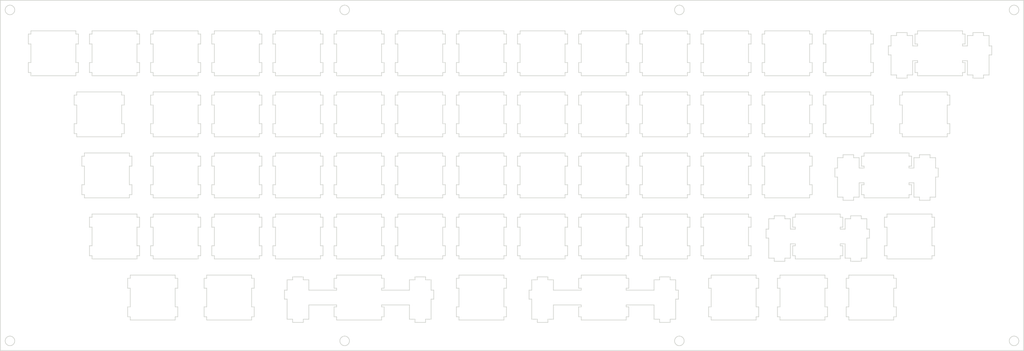
<source format=kicad_pcb>
(kicad_pcb (version 20211014) (generator pcbnew)
  (layers (0 "F.Cu" signal) (31 "B.Cu" signal) (34 "B.Paste" user) (35 "F.Paste" user) (36 "B.SilkS" user "B.Silkscreen") (37 "F.SilkS" user "F.Silkscreen") (38 "B.Mask" user) (39 "F.Mask" user) (44 "Edge.Cuts" user))
  (net 0 "")
  (gr_line (start 144.8478 149.1602) (end 145.6733 149.1602) (layer "Edge.Cuts") (width 0.2))
  (gr_line (start 194.149 97.5099) (end 194.948 97.5099) (layer "Edge.Cuts") (width 0.2))
  (gr_line (start 156.0485 78.4599) (end 156.848 78.4599) (layer "Edge.Cuts") (width 0.2))
  (gr_line (start 347.348 135.6099) (end 347.348 132.5107) (layer "Edge.Cuts") (width 0.2))
  (gr_line (start 314.01 145.7592) (end 314.01 142.66) (layer "Edge.Cuts") (width 0.2))
  (gr_line (start 339.405 112.8599) (end 340.929 112.8599) (layer "Edge.Cuts") (width 0.2))
  (gr_line (start 175.097 107.6607) (end 175.898 107.6607) (layer "Edge.Cuts") (width 0.2))
  (gr_line (start 141.2484 126.7093) (end 142.0493 126.7093) (layer "Edge.Cuts") (width 0.2))
  (gr_line (start 290.198 78.4599) (end 290.198 75.3593) (layer "Edge.Cuts") (width 0.2))
  (gr_line (start 94.136 84.5111) (end 80.1352 84.5111) (layer "Edge.Cuts") (width 0.2))
  (gr_line (start 271.148 107.6607) (end 271.148 104.5601) (layer "Edge.Cuts") (width 0.2))
  (gr_line (start 294.449 88.6107) (end 294.449 94.4107) (layer "Edge.Cuts") (width 0.2))
  (gr_line (start 264.998 143.1299) (end 264.998 142.2093) (layer "Edge.Cuts") (width 0.2))
  (gr_line (start 303.173 135.6099) (end 303.974 135.6099) (layer "Edge.Cuts") (width 0.2))
  (gr_line (start 373.55 161.72237) (end 373.338 161.30482) (layer "Edge.Cuts") (width 0.2))
  (gr_line (start 160.298 126.7093) (end 161.098 126.7093) (layer "Edge.Cuts") (width 0.2))
  (gr_line (start 270.349 79.4603) (end 270.349 78.4599) (layer "Edge.Cuts") (width 0.2))
  (gr_line (start 194.948 116.5599) (end 194.948 113.4607) (layer "Edge.Cuts") (width 0.2))
  (gr_line (start 213.998 132.5107) (end 213.199 132.5107) (layer "Edge.Cuts") (width 0.2))
  (gr_line (start 373.338 59.8167) (end 373.55 59.3987) (layer "Edge.Cuts") (width 0.2))
  (gr_line (start 312.698 78.4599) (end 313.499 78.4599) (layer "Edge.Cuts") (width 0.2))
  (gr_line (start 356.873 66.4601) (end 356.074 66.4601) (layer "Edge.Cuts") (width 0.2))
  (gr_line (start 303.974 127.3101) (end 302.448 127.3101) (layer "Edge.Cuts") (width 0.2))
  (gr_line (start 271.148 135.6099) (end 271.148 132.5107) (layer "Edge.Cuts") (width 0.2))
  (gr_line (start 213.199 103.5611) (end 199.199 103.5611) (layer "Edge.Cuts") (width 0.2))
  (gr_line (start 252.098 116.5599) (end 252.098 113.4607) (layer "Edge.Cuts") (width 0.2))
  (gr_line (start 236.498 75.3593) (end 236.498 78.4599) (layer "Edge.Cuts") (width 0.2))
  (gr_line (start 156.0485 116.5599) (end 156.848 116.5599) (layer "Edge.Cuts") (width 0.2))
  (gr_line (start 191.349 146.36) (end 190.523 146.36) (layer "Edge.Cuts") (width 0.2))
  (gr_line (start 161.099 141.6609) (end 161.099 142.66) (layer "Edge.Cuts") (width 0.2))
  (gr_line (start 251.299 150.9599) (end 259.973 150.9599) (layer "Edge.Cuts") (width 0.2))
  (gr_line (start 135.4167 154.6599) (end 135.4167 151.5607) (layer "Edge.Cuts") (width 0.2))
  (gr_line (start 117.9485 122.6111) (end 103.9493 122.6111) (layer "Edge.Cuts") (width 0.2))
  (gr_line (start 371.243 60.1487) (end 371.661 60.3607) (layer "Edge.Cuts") (width 0.2))
  (gr_line (start 317.974 136.6104) (end 317.974 135.6099) (layer "Edge.Cuts") (width 0.2))
  (gr_line (start 271.148 75.3593) (end 270.349 75.3593) (layer "Edge.Cuts") (width 0.2))
  (gr_line (start 347.348 132.5107) (end 346.549 132.5107) (layer "Edge.Cuts") (width 0.2))
  (gr_line (start 175.097 65.4597) (end 161.098 65.4597) (layer "Edge.Cuts") (width 0.2))
  (gr_line (start 60.82337 58.9357) (end 60.74897 58.4717) (layer "Edge.Cuts") (width 0.2))
  (gr_line (start 162.163 162.64979) (end 162.377 163.06734) (layer "Edge.Cuts") (width 0.2))
  (gr_line (start 226.899 156.41003) (end 226.899 155.4289) (layer "Edge.Cuts") (width 0.2))
  (gr_line (start 194.948 69.5607) (end 194.948 66.4601) (layer "Edge.Cuts") (width 0.2))
  (gr_line (start 156.0485 135.6099) (end 156.848 135.6099) (layer "Edge.Cuts") (width 0.2))
  (gr_line (start 289.399 103.5611) (end 275.399 103.5611) (layer "Edge.Cuts") (width 0.2))
  (gr_line (start 294.449 117.5603) (end 308.449 117.5603) (layer "Edge.Cuts") (width 0.2))
  (gr_line (start 313.211 145.7592) (end 314.01 145.7592) (layer "Edge.Cuts") (width 0.2))
  (gr_line (start 267.394 60.3607) (end 267.857 60.4347) (layer "Edge.Cuts") (width 0.2))
  (gr_line (start 223.599 155.4289) (end 223.599 156.41003) (layer "Edge.Cuts") (width 0.2))
  (gr_line (start 156.848 104.5601) (end 156.0485 104.5601) (layer "Edge.Cuts") (width 0.2))
  (gr_line (start 96.5159 103.5611) (end 82.5164 103.5611) (layer "Edge.Cuts") (width 0.2))
  (gr_line (start 156.0485 98.5103) (end 156.0485 97.5099) (layer "Edge.Cuts") (width 0.2))
  (gr_line (start 179.347 104.5601) (end 179.347 107.6607) (layer "Edge.Cuts") (width 0.2))
  (gr_line (start 256.349 132.5107) (end 255.548 132.5107) (layer "Edge.Cuts") (width 0.2))
  (gr_line (start 164.471 57.7217) (end 164.054 57.5087) (layer "Edge.Cuts") (width 0.2))
  (gr_line (start 322.155 117.3303) (end 323.88 117.3303) (layer "Edge.Cuts") (width 0.2))
  (gr_line (start 364.349 70.1586) (end 364.349 66.93) (layer "Edge.Cuts") (width 0.2))
  (gr_line (start 236.498 104.5601) (end 236.498 107.6607) (layer "Edge.Cuts") (width 0.2))
  (gr_line (start 334.641 154.6599) (end 335.442 154.6599) (layer "Edge.Cuts") (width 0.2))
  (gr_line (start 57.89643 59.3987) (end 58.11002 59.8167) (layer "Edge.Cuts") (width 0.2))
  (gr_line (start 161.098 98.5103) (end 175.097 98.5103) (layer "Edge.Cuts") (width 0.2))
  (gr_line (start 175.097 122.6111) (end 161.098 122.6111) (layer "Edge.Cuts") (width 0.2))
  (gr_line (start 161.098 132.5107) (end 160.298 132.5107) (layer "Edge.Cuts") (width 0.2))
  (gr_line (start 156.0485 97.5099) (end 156.848 97.5099) (layer "Edge.Cuts") (width 0.2))
  (gr_line (start 161.098 136.6104) (end 175.097 136.6104) (layer "Edge.Cuts") (width 0.2))
  (gr_line (start 237.299 132.5107) (end 236.498 132.5107) (layer "Edge.Cuts") (width 0.2))
  (gr_line (start 275.399 98.5103) (end 289.399 98.5103) (layer "Edge.Cuts") (width 0.2))
  (gr_line (start 179.347 116.5599) (end 180.148 116.5599) (layer "Edge.Cuts") (width 0.2))
  (gr_line (start 218.249 69.5607) (end 218.249 75.3593) (layer "Edge.Cuts") (width 0.2))
  (gr_line (start 80.6479 69.5607) (end 80.6479 66.4601) (layer "Edge.Cuts") (width 0.2))
  (gr_line (start 237.299 141.6609) (end 237.299 142.66) (layer "Edge.Cuts") (width 0.2))
  (gr_line (start 134.6159 142.66) (end 134.6159 141.6609) (layer "Edge.Cuts") (width 0.2))
  (gr_line (start 84.8991 69.5607) (end 84.8991 75.3593) (layer "Edge.Cuts") (width 0.2))
  (gr_line (start 110.8048 142.66) (end 110.8048 141.6609) (layer "Edge.Cuts") (width 0.2))
  (gr_line (start 188.799 155.4289) (end 190.523 155.4289) (layer "Edge.Cuts") (width 0.2))
  (gr_line (start 122.9993 97.5099) (end 122.9993 98.5103) (layer "Edge.Cuts") (width 0.2))
  (gr_line (start 289.399 88.6107) (end 290.198 88.6107) (layer "Edge.Cuts") (width 0.2))
  (gr_line (start 321.223 124.08) (end 319.499 124.08) (layer "Edge.Cuts") (width 0.2))
  (gr_line (start 232.249 65.4597) (end 218.249 65.4597) (layer "Edge.Cuts") (width 0.2))
  (gr_line (start 252.098 78.4599) (end 252.098 75.3593) (layer "Edge.Cuts") (width 0.2))
  (gr_line (start 266.431 58.4717) (end 266.358 58.9357) (layer "Edge.Cuts") (width 0.2))
  (gr_line (start 213.199 151.5607) (end 213.199 145.7592) (layer "Edge.Cuts") (width 0.2))
  (gr_line (start 221.872 155.4289) (end 223.599 155.4289) (layer "Edge.Cuts") (width 0.2))
  (gr_line (start 213.998 135.6099) (end 213.998 132.5107) (layer "Edge.Cuts") (width 0.2))
  (gr_line (start 322.155 104.1107) (end 318.854 104.1107) (layer "Edge.Cuts") (width 0.2))
  (gr_line (start 324.524 136.3803) (end 326.249 136.3803) (layer "Edge.Cuts") (width 0.2))
  (gr_line (start 348.504 111.0601) (end 348.504 108.2601) (layer "Edge.Cuts") (width 0.2))
  (gr_line (start 303.974 132.5107) (end 303.173 132.5107) (layer "Edge.Cuts") (width 0.2))
  (gr_line (start 325.404 104.5601) (end 324.605 104.5601) (layer "Edge.Cuts") (width 0.2))
  (gr_line (start 256.349 107.6607) (end 256.349 113.4607) (layer "Edge.Cuts") (width 0.2))
  (gr_line (start 233.048 69.5607) (end 233.048 66.4601) (layer "Edge.Cuts") (width 0.2))
  (gr_line (start 156.0485 126.7093) (end 156.848 126.7093) (layer "Edge.Cuts") (width 0.2))
  (gr_line (start 269.071 161.30482) (end 268.739 160.97272) (layer "Edge.Cuts") (width 0.2))
  (gr_line (start 118.7479 116.5599) (end 118.7479 113.4607) (layer "Edge.Cuts") (width 0.2))
  (gr_line (start 199.199 123.6101) (end 198.398 123.6101) (layer "Edge.Cuts") (width 0.2))
  (gr_line (start 328.298 85.5101) (end 327.499 85.5101) (layer "Edge.Cuts") (width 0.2))
  (gr_line (start 175.097 98.5103) (end 175.097 97.5099) (layer "Edge.Cuts") (width 0.2))
  (gr_line (start 251.299 135.6099) (end 252.098 135.6099) (layer "Edge.Cuts") (width 0.2))
  (gr_line (start 236.498 94.4107) (end 236.498 97.5099) (layer "Edge.Cuts") (width 0.2))
  (gr_line (start 233.048 94.4107) (end 232.249 94.4107) (layer "Edge.Cuts") (width 0.2))
  (gr_line (start 237.299 75.3593) (end 236.498 75.3593) (layer "Edge.Cuts") (width 0.2))
  (gr_line (start 137.7979 85.5101) (end 136.9985 85.5101) (layer "Edge.Cuts") (width 0.2))
  (gr_line (start 142.0493 65.4597) (end 142.0493 66.4601) (layer "Edge.Cuts") (width 0.2))
  (gr_line (start 339.405 117.5603) (end 339.405 116.5599) (layer "Edge.Cuts") (width 0.2))
  (gr_line (start 294.449 85.5101) (end 293.648 85.5101) (layer "Edge.Cuts") (width 0.2))
  (gr_line (start 274.598 126.7093) (end 275.399 126.7093) (layer "Edge.Cuts") (width 0.2))
  (gr_line (start 94.9354 94.4107) (end 94.136 94.4107) (layer "Edge.Cuts") (width 0.2))
  (gr_line (start 84.8991 123.6101) (end 84.0984 123.6101) (layer "Edge.Cuts") (width 0.2))
  (gr_line (start 236.498 132.5107) (end 236.498 135.6099) (layer "Edge.Cuts") (width 0.2))
  (gr_line (start 264.998 142.2093) (end 261.699 142.2093) (layer "Edge.Cuts") (width 0.2))
  (gr_line (start 274.598 78.4599) (end 275.399 78.4599) (layer "Edge.Cuts") (width 0.2))
  (gr_line (start 162.163 161.72237) (end 162.09 162.1854) (layer "Edge.Cuts") (width 0.2))
  (gr_line (start 294.449 98.5103) (end 308.449 98.5103) (layer "Edge.Cuts") (width 0.2))
  (gr_line (start 161.098 65.4597) (end 161.098 66.4601) (layer "Edge.Cuts") (width 0.2))
  (gr_line (start 318.773 123.6101) (end 317.974 123.6101) (layer "Edge.Cuts") (width 0.2))
  (gr_line (start 161.098 79.4603) (end 175.097 79.4603) (layer "Edge.Cuts") (width 0.2))
  (gr_line (start 79.8486 79.4603) (end 79.8486 78.4599) (layer "Edge.Cuts") (width 0.2))
  (gr_line (start 275.399 78.4599) (end 275.399 79.4603) (layer "Edge.Cuts") (width 0.2))
  (gr_line (start 94.9354 85.5101) (end 94.136 85.5101) (layer "Edge.Cuts") (width 0.2))
  (gr_line (start 163.126 60.3607) (end 163.591 60.4347) (layer "Edge.Cuts") (width 0.2))
  (gr_line (start 96.8041 155.66038) (end 110.8048 155.66038) (layer "Edge.Cuts") (width 0.2))
  (gr_line (start 324.605 116.5599) (end 325.404 116.5599) (layer "Edge.Cuts") (width 0.2))
  (gr_line (start 236.497 151.5607) (end 236.497 154.6599) (layer "Edge.Cuts") (width 0.2))
  (gr_line (start 141.2484 123.6101) (end 141.2484 126.7093) (layer "Edge.Cuts") (width 0.2))
  (gr_line (start 233.048 113.4607) (end 232.249 113.4607) (layer "Edge.Cuts") (width 0.2))
  (gr_line (start 137.7979 88.6107) (end 137.7979 85.5101) (layer "Edge.Cuts") (width 0.2))
  (gr_line (start 118.7479 123.6101) (end 117.9485 123.6101) (layer "Edge.Cuts") (width 0.2))
  (gr_line (start 99.6979 69.5607) (end 99.6979 66.4601) (layer "Edge.Cuts") (width 0.2))
  (gr_line (start 226.899 143.1299) (end 226.899 142.2093) (layer "Edge.Cuts") (width 0.2))
  (gr_line (start 318.773 126.7093) (end 318.773 123.6101) (layer "Edge.Cuts") (width 0.2))
  (gr_line (start 175.898 132.5107) (end 175.097 132.5107) (layer "Edge.Cuts") (width 0.2))
  (gr_line (start 156.0485 103.5611) (end 142.0493 103.5611) (layer "Edge.Cuts") (width 0.2))
  (gr_line (start 213.199 94.4107) (end 213.199 88.6107) (layer "Edge.Cuts") (width 0.2))
  (gr_line (start 370.911 58.0537) (end 370.697 58.4717) (layer "Edge.Cuts") (width 0.2))
  (gr_line (start 175.097 88.6107) (end 175.898 88.6107) (layer "Edge.Cuts") (width 0.2))
  (gr_line (start 199.199 117.5603) (end 213.199 117.5603) (layer "Edge.Cuts") (width 0.2))
  (gr_line (start 275.399 117.5603) (end 289.399 117.5603) (layer "Edge.Cuts") (width 0.2))
  (gr_line (start 293.648 104.5601) (end 293.648 107.6607) (layer "Edge.Cuts") (width 0.2))
  (gr_line (start 142.0493 98.5103) (end 156.0485 98.5103) (layer "Edge.Cuts") (width 0.2))
  (gr_line (start 218.249 103.5611) (end 218.249 104.5601) (layer "Edge.Cuts") (width 0.2))
  (gr_line (start 96.5159 107.6607) (end 97.3167 107.6607) (layer "Edge.Cuts") (width 0.2))
  (gr_line (start 237.299 97.5099) (end 237.299 98.5103) (layer "Edge.Cuts") (width 0.2))
  (gr_line (start 357.599 70.1586) (end 356.074 70.1586) (layer "Edge.Cuts") (width 0.2))
  (gr_line (start 266.975 163.39945) (end 267.394 163.61167) (layer "Edge.Cuts") (width 0.2))
  (gr_line (start 375.125 165.185384) (end 56.324085 165.185384) (layer "Edge.Cuts") (width 0.2))
  (gr_line (start 137.7979 104.5601) (end 136.9985 104.5601) (layer "Edge.Cuts") (width 0.2))
  (gr_line (start 165.017 161.72237) (end 164.803 161.30482) (layer "Edge.Cuts") (width 0.2))
  (gr_line (start 293.648 94.4107) (end 293.648 97.5099) (layer "Edge.Cuts") (width 0.2))
  (gr_line (start 80.1352 85.5101) (end 79.3359 85.5101) (layer "Edge.Cuts") (width 0.2))
  (gr_line (start 122.9993 69.5607) (end 122.9993 75.3593) (layer "Edge.Cuts") (width 0.2))
  (gr_line (start 82.5164 104.5601) (end 81.7158 104.5601) (layer "Edge.Cuts") (width 0.2))
  (gr_line (start 232.249 84.5111) (end 218.249 84.5111) (layer "Edge.Cuts") (width 0.2))
  (gr_line (start 236.498 69.5607) (end 237.299 69.5607) (layer "Edge.Cuts") (width 0.2))
  (gr_line (start 103.9493 79.4603) (end 117.9485 79.4603) (layer "Edge.Cuts") (width 0.2))
  (gr_line (start 145.6733 146.36) (end 144.8478 146.36) (layer "Edge.Cuts") (width 0.2))
  (gr_line (start 228.623 146.36) (end 228.623 143.1299) (layer "Edge.Cuts") (width 0.2))
  (gr_line (start 213.199 122.6111) (end 199.199 122.6111) (layer "Edge.Cuts") (width 0.2))
  (gr_line (start 302.448 136.3803) (end 302.448 131.9099) (layer "Edge.Cuts") (width 0.2))
  (gr_line (start 152.423 146.36) (end 152.423 143.1299) (layer "Edge.Cuts") (width 0.2))
  (gr_line (start 236.498 107.6607) (end 237.299 107.6607) (layer "Edge.Cuts") (width 0.2))
  (gr_line (start 351.311 98.5103) (end 351.311 97.5099) (layer "Edge.Cuts") (width 0.2))
  (gr_line (start 256.349 135.6099) (end 256.349 136.6104) (layer "Edge.Cuts") (width 0.2))
  (gr_line (start 117.9485 117.5603) (end 117.9485 116.5599) (layer "Edge.Cuts") (width 0.2))
  (gr_line (start 180.148 107.6607) (end 180.148 113.4607) (layer "Edge.Cuts") (width 0.2))
  (gr_line (start 289.399 97.5099) (end 290.198 97.5099) (layer "Edge.Cuts") (width 0.2))
  (gr_line (start 80.1352 98.5103) (end 94.136 98.5103) (layer "Edge.Cuts") (width 0.2))
  (gr_line (start 323.88 108.2601) (end 323.88 105.03) (layer "Edge.Cuts") (width 0.2))
  (gr_line (start 317.974 127.3101) (end 317.974 126.7093) (layer "Edge.Cuts") (width 0.2))
  (gr_line (start 373.338 161.30482) (end 373.005 160.97272) (layer "Edge.Cuts") (width 0.2))
  (gr_line (start 271.148 126.7093) (end 271.148 123.6101) (layer "Edge.Cuts") (width 0.2))
  (gr_line (start 308.449 94.4107) (end 308.449 88.6107) (layer "Edge.Cuts") (width 0.2))
  (gr_line (start 96.0047 142.66) (end 96.0047 145.7592) (layer "Edge.Cuts") (width 0.2))
  (gr_line (start 339.405 108.2601) (end 339.405 107.6607) (layer "Edge.Cuts") (width 0.2))
  (gr_line (start 232.249 123.6101) (end 232.249 122.6111) (layer "Edge.Cuts") (width 0.2))
  (gr_line (start 110.8048 141.6609) (end 96.8041 141.6609) (layer "Edge.Cuts") (width 0.2))
  (gr_line (start 232.249 117.5603) (end 232.249 116.5599) (layer "Edge.Cuts") (width 0.2))
  (gr_line (start 136.9985 94.4107) (end 136.9985 88.6107) (layer "Edge.Cuts") (width 0.2))
  (gr_line (start 362.624 79.2289) (end 364.349 79.2289) (layer "Edge.Cuts") (width 0.2))
  (gr_line (start 332.549 136.6104) (end 346.549 136.6104) (layer "Edge.Cuts") (width 0.2))
  (gr_line (start 274.598 94.4107) (end 274.598 97.5099) (layer "Edge.Cuts") (width 0.2))
  (gr_line (start 293.648 113.4607) (end 293.648 116.5599) (layer "Edge.Cuts") (width 0.2))
  (gr_line (start 297.423 124.08) (end 295.699 124.08) (layer "Edge.Cuts") (width 0.2))
  (gr_line (start 175.898 116.5599) (end 175.898 113.4607) (layer "Edge.Cuts") (width 0.2))
  (gr_line (start 218.249 116.5599) (end 218.249 117.5603) (layer "Edge.Cuts") (width 0.2))
  (gr_line (start 303.974 122.6111) (end 303.974 123.6101) (layer "Edge.Cuts") (width 0.2))
  (gr_line (start 317.974 123.6101) (end 317.974 122.6111) (layer "Edge.Cuts") (width 0.2))
  (gr_line (start 213.199 126.7093) (end 213.998 126.7093) (layer "Edge.Cuts") (width 0.2))
  (gr_line (start 122.1984 113.4607) (end 122.1984 116.5599) (layer "Edge.Cuts") (width 0.2))
  (gr_line (start 122.9993 85.5101) (end 122.1984 85.5101) (layer "Edge.Cuts") (width 0.2))
  (gr_line (start 162.163 59.3987) (end 162.377 59.8167) (layer "Edge.Cuts") (width 0.2))
  (gr_line (start 141.2484 113.4607) (end 141.2484 116.5599) (layer "Edge.Cuts") (width 0.2))
  (gr_line (start 122.9993 84.5111) (end 122.9993 85.5101) (layer "Edge.Cuts") (width 0.2))
  (gr_line (start 334.641 151.5607) (end 334.641 145.7592) (layer "Edge.Cuts") (width 0.2))
  (gr_line (start 96.8041 141.6609) (end 96.8041 142.66) (layer "Edge.Cuts") (width 0.2))
  (gr_line (start 103.1484 104.5601) (end 103.1484 107.6607) (layer "Edge.Cuts") (width 0.2))
  (gr_line (start 96.8041 154.6599) (end 96.8041 155.66038) (layer "Edge.Cuts") (width 0.2))
  (gr_line (start 194.149 98.5103) (end 194.149 97.5099) (layer "Edge.Cuts") (width 0.2))
  (gr_line (start 332.549 122.6111) (end 332.549 123.6101) (layer "Edge.Cuts") (width 0.2))
  (gr_line (start 175.097 84.5111) (end 161.098 84.5111) (layer "Edge.Cuts") (width 0.2))
  (gr_line (start 213.199 113.4607) (end 213.199 107.6607) (layer "Edge.Cuts") (width 0.2))
  (gr_line (start 347.348 123.6101) (end 346.549 123.6101) (layer "Edge.Cuts") (width 0.2))
  (gr_line (start 313.499 65.4597) (end 313.499 66.4601) (layer "Edge.Cuts") (width 0.2))
  (gr_line (start 180.148 117.5603) (end 194.149 117.5603) (layer "Edge.Cuts") (width 0.2))
  (gr_line (start 357.599 79.2289) (end 359.323 79.2289) (layer "Edge.Cuts") (width 0.2))
  (gr_line (start 309.248 97.5099) (end 309.248 94.4107) (layer "Edge.Cuts") (width 0.2))
  (gr_line (start 122.9993 65.4597) (end 122.9993 66.4601) (layer "Edge.Cuts") (width 0.2))
  (gr_line (start 103.9493 113.4607) (end 103.1484 113.4607) (layer "Edge.Cuts") (width 0.2))
  (gr_line (start 373.005 160.97272) (end 372.588 160.75911) (layer "Edge.Cuts") (width 0.2))
  (gr_line (start 194.149 65.4597) (end 180.148 65.4597) (layer "Edge.Cuts") (width 0.2))
  (gr_line (start 255.548 104.5601) (end 255.548 107.6607) (layer "Edge.Cuts") (width 0.2))
  (gr_line (start 194.948 66.4601) (end 194.149 66.4601) (layer "Edge.Cuts") (width 0.2))
  (gr_line (start 118.7479 94.4107) (end 117.9485 94.4107) (layer "Edge.Cuts") (width 0.2))
  (gr_line (start 213.199 141.6609) (end 199.199 141.6609) (layer "Edge.Cuts") (width 0.2))
  (gr_line (start 237.299 151.5607) (end 236.497 151.5607) (layer "Edge.Cuts") (width 0.2))
  (gr_line (start 103.1484 69.5607) (end 103.9493 69.5607) (layer "Edge.Cuts") (width 0.2))
  (gr_line (start 199.199 113.4607) (end 198.398 113.4607) (layer "Edge.Cuts") (width 0.2))
  (gr_line (start 194.948 94.4107) (end 194.149 94.4107) (layer "Edge.Cuts") (width 0.2))
  (gr_line (start 185.499 142.2093) (end 185.499 143.1299) (layer "Edge.Cuts") (width 0.2))
  (gr_line (start 237.299 69.5607) (end 237.299 75.3593) (layer "Edge.Cuts") (width 0.2))
  (gr_line (start 82.5164 103.5611) (end 82.5164 104.5601) (layer "Edge.Cuts") (width 0.2))
  (gr_line (start 156.0485 113.4607) (end 156.0485 107.6607) (layer "Edge.Cuts") (width 0.2))
  (gr_line (start 299.21 145.7592) (end 299.21 151.5607) (layer "Edge.Cuts") (width 0.2))
  (gr_line (start 319.841 154.6599) (end 320.642 154.6599) (layer "Edge.Cuts") (width 0.2))
  (gr_line (start 198.398 145.7592) (end 199.199 145.7592) (layer "Edge.Cuts") (width 0.2))
  (gr_line (start 58.11002 161.30482) (end 57.89643 161.72237) (layer "Edge.Cuts") (width 0.2))
  (gr_line (start 327.499 66.4601) (end 327.499 65.4597) (layer "Edge.Cuts") (width 0.2))
  (gr_line (start 251.299 151.5607) (end 251.299 150.9599) (layer "Edge.Cuts") (width 0.2))
  (gr_line (start 313.499 75.3593) (end 312.698 75.3593) (layer "Edge.Cuts") (width 0.2))
  (gr_line (start 194.149 113.4607) (end 194.149 107.6607) (layer "Edge.Cuts") (width 0.2))
  (gr_line (start 313.499 88.6107) (end 313.499 94.4107) (layer "Edge.Cuts") (width 0.2))
  (gr_line (start 233.048 66.4601) (end 232.249 66.4601) (layer "Edge.Cuts") (width 0.2))
  (gr_line (start 103.1484 66.4601) (end 103.1484 69.5607) (layer "Edge.Cuts") (width 0.2))
  (gr_line (start 302.448 131.9099) (end 303.974 131.9099) (layer "Edge.Cuts") (width 0.2))
  (gr_line (start 122.9993 66.4601) (end 122.1984 66.4601) (layer "Edge.Cuts") (width 0.2))
  (gr_line (start 194.948 104.5601) (end 194.149 104.5601) (layer "Edge.Cuts") (width 0.2))
  (gr_line (start 117.9485 107.6607) (end 118.7479 107.6607) (layer "Edge.Cuts") (width 0.2))
  (gr_line (start 252.098 154.6599) (end 252.098 151.5607) (layer "Edge.Cuts") (width 0.2))
  (gr_line (start 275.399 126.7093) (end 275.399 132.5107) (layer "Edge.Cuts") (width 0.2))
  (gr_line (start 275.399 69.5607) (end 275.399 75.3593) (layer "Edge.Cuts") (width 0.2))
  (gr_line (start 117.9485 103.5611) (end 103.9493 103.5611) (layer "Edge.Cuts") (width 0.2))
  (gr_line (start 164.471 60.1487) (end 164.803 59.8167) (layer "Edge.Cuts") (width 0.2))
  (gr_line (start 351.311 88.6107) (end 352.11 88.6107) (layer "Edge.Cuts") (width 0.2))
  (gr_line (start 162.377 163.06734) (end 162.709 163.39945) (layer "Edge.Cuts") (width 0.2))
  (gr_line (start 199.199 84.5111) (end 199.199 85.5101) (layer "Edge.Cuts") (width 0.2))
  (gr_line (start 333.799 72.9601) (end 333.799 79.2289) (layer "Edge.Cuts") (width 0.2))
  (gr_line (start 309.248 78.4599) (end 309.248 75.3593) (layer "Edge.Cuts") (width 0.2))
  (gr_line (start 294.874 127.3101) (end 294.874 130.1101) (layer "Edge.Cuts") (width 0.2))
  (gr_line (start 98.8985 75.3593) (end 98.8985 69.5607) (layer "Edge.Cuts") (width 0.2))
  (gr_line (start 228.623 150.9599) (end 237.299 150.9599) (layer "Edge.Cuts") (width 0.2))
  (gr_line (start 251.299 146.36) (end 251.299 145.7592) (layer "Edge.Cuts") (width 0.2))
  (gr_line (start 194.149 107.6607) (end 194.948 107.6607) (layer "Edge.Cuts") (width 0.2))
  (gr_line (start 357.599 74.7599) (end 357.599 79.2289) (layer "Edge.Cuts") (width 0.2))
  (gr_line (start 218.249 123.6101) (end 217.448 123.6101) (layer "Edge.Cuts") (width 0.2))
  (gr_line (start 251.299 75.3593) (end 251.299 69.5607) (layer "Edge.Cuts") (width 0.2))
  (gr_line (start 152.423 143.1299) (end 150.699 143.1299) (layer "Edge.Cuts") (width 0.2))
  (gr_line (start 346.549 123.6101) (end 346.549 122.6111) (layer "Edge.Cuts") (width 0.2))
  (gr_line (start 313.211 141.6609) (end 299.21 141.6609) (layer "Edge.Cuts") (width 0.2))
  (gr_line (start 218.249 79.4603) (end 232.249 79.4603) (layer "Edge.Cuts") (width 0.2))
  (gr_line (start 94.136 88.6107) (end 94.9354 88.6107) (layer "Edge.Cuts") (width 0.2))
  (gr_line (start 142.0493 135.6099) (end 142.0493 136.6104) (layer "Edge.Cuts") (width 0.2))
  (gr_line (start 199.199 132.5107) (end 198.398 132.5107) (layer "Edge.Cuts") (width 0.2))
  (gr_line (start 194.149 88.6107) (end 194.948 88.6107) (layer "Edge.Cuts") (width 0.2))
  (gr_line (start 365.174 70.1586) (end 364.349 70.1586) (layer "Edge.Cuts") (width 0.2))
  (gr_line (start 180.148 132.5107) (end 179.347 132.5107) (layer "Edge.Cuts") (width 0.2))
  (gr_line (start 237.299 78.4599) (end 237.299 79.4603) (layer "Edge.Cuts") (width 0.2))
  (gr_line (start 194.948 75.3593) (end 194.149 75.3593) (layer "Edge.Cuts") (width 0.2))
  (gr_line (start 194.948 123.6101) (end 194.149 123.6101) (layer "Edge.Cuts") (width 0.2))
  (gr_line (start 199.199 126.7093) (end 199.199 132.5107) (layer "Edge.Cuts") (width 0.2))
  (gr_line (start 252.098 88.6107) (end 252.098 85.5101) (layer "Edge.Cuts") (width 0.2))
  (gr_line (start 328.298 66.4601) (end 327.499 66.4601) (layer "Edge.Cuts") (width 0.2))
  (gr_line (start 340.204 107.6607) (end 340.204 104.5601) (layer "Edge.Cuts") (width 0.2))
  (gr_line (start 252.098 123.6101) (end 251.299 123.6101) (layer "Edge.Cuts") (width 0.2))
  (gr_line (start 322.155 105.03) (end 322.155 104.1107) (layer "Edge.Cuts") (width 0.2))
  (gr_line (start 84.8991 78.4599) (end 84.8991 79.4603) (layer "Edge.Cuts") (width 0.2))
  (gr_line (start 213.998 145.7592) (end 213.998 142.66) (layer "Edge.Cuts") (width 0.2))
  (gr_line (start 308.449 85.5101) (end 308.449 84.5111) (layer "Edge.Cuts") (width 0.2))
  (gr_line (start 213.199 85.5101) (end 213.199 84.5111) (layer "Edge.Cuts") (width 0.2))
  (gr_line (start 237.299 113.4607) (end 236.498 113.4607) (layer "Edge.Cuts") (width 0.2))
  (gr_line (start 147.3988 143.1299) (end 145.6733 143.1299) (layer "Edge.Cuts") (width 0.2))
  (gr_line (start 275.399 84.5111) (end 275.399 85.5101) (layer "Edge.Cuts") (width 0.2))
  (gr_line (start 160.298 132.5107) (end 160.298 135.6099) (layer "Edge.Cuts") (width 0.2))
  (gr_line (start 251.299 69.5607) (end 252.098 69.5607) (layer "Edge.Cuts") (width 0.2))
  (gr_line (start 356.074 79.4603) (end 356.074 78.4599) (layer "Edge.Cuts") (width 0.2))
  (gr_line (start 198.398 85.5101) (end 198.398 88.6107) (layer "Edge.Cuts") (width 0.2))
  (gr_line (start 269.071 58.0537) (end 268.739 57.7217) (layer "Edge.Cuts") (width 0.2))
  (gr_line (start 122.1984 69.5607) (end 122.9993 69.5607) (layer "Edge.Cuts") (width 0.2))
  (gr_line (start 142.0493 126.7093) (end 142.0493 132.5107) (layer "Edge.Cuts") (width 0.2))
  (gr_line (start 255.548 85.5101) (end 255.548 88.6107) (layer "Edge.Cuts") (width 0.2))
  (gr_line (start 309.248 88.6107) (end 309.248 85.5101) (layer "Edge.Cuts") (width 0.2))
  (gr_line (start 111.6042 154.6599) (end 111.6042 151.5607) (layer "Edge.Cuts") (width 0.2))
  (gr_line (start 199.199 88.6107) (end 199.199 94.4107) (layer "Edge.Cuts") (width 0.2))
  (gr_line (start 269.358 162.1854) (end 269.284 161.72237) (layer "Edge.Cuts") (width 0.2))
  (gr_line (start 175.097 104.5601) (end 175.097 103.5611) (layer "Edge.Cuts") (width 0.2))
  (gr_line (start 335.523 80.21) (end 338.823 80.21) (layer "Edge.Cuts") (width 0.2))
  (gr_line (start 180.148 122.6111) (end 180.148 123.6101) (layer "Edge.Cuts") (width 0.2))
  (gr_line (start 137.7979 69.5607) (end 137.7979 66.4601) (layer "Edge.Cuts") (width 0.2))
  (gr_line (start 293.648 69.5607) (end 294.449 69.5607) (layer "Edge.Cuts") (width 0.2))
  (gr_line (start 103.9493 84.5111) (end 103.9493 85.5101) (layer "Edge.Cuts") (width 0.2))
  (gr_line (start 295.699 124.08) (end 295.699 127.3101) (layer "Edge.Cuts") (width 0.2))
  (gr_line (start 277.779 155.66038) (end 291.78 155.66038) (layer "Edge.Cuts") (width 0.2))
  (gr_line (start 198.398 154.6599) (end 199.199 154.6599) (layer "Edge.Cuts") (width 0.2))
  (gr_line (start 213.199 132.5107) (end 213.199 126.7093) (layer "Edge.Cuts") (width 0.2))
  (gr_line (start 256.349 104.5601) (end 255.548 104.5601) (layer "Edge.Cuts") (width 0.2))
  (gr_line (start 267.549 149.1602) (end 267.549 146.36) (layer "Edge.Cuts") (width 0.2))
  (gr_line (start 291.78 155.66038) (end 291.78 154.6599) (layer "Edge.Cuts") (width 0.2))
  (gr_line (start 175.097 69.5607) (end 175.898 69.5607) (layer "Edge.Cuts") (width 0.2))
  (gr_line (start 325.404 103.5611) (end 325.404 104.5601) (layer "Edge.Cuts") (width 0.2))
  (gr_line (start 156.848 135.6099) (end 156.848 132.5107) (layer "Edge.Cuts") (width 0.2))
  (gr_line (start 156.848 75.3593) (end 156.0485 75.3593) (layer "Edge.Cuts") (width 0.2))
  (gr_line (start 324.524 137.36) (end 324.524 136.3803) (layer "Edge.Cuts") (width 0.2))
  (gr_line (start 364.349 66.93) (end 362.624 66.93) (layer "Edge.Cuts") (width 0.2))
  (gr_line (start 251.299 122.6111) (end 237.299 122.6111) (layer "Edge.Cuts") (width 0.2))
  (gr_line (start 218.249 117.5603) (end 232.249 117.5603) (layer "Edge.Cuts") (width 0.2))
  (gr_line (start 161.098 94.4107) (end 160.298 94.4107) (layer "Edge.Cuts") (width 0.2))
  (gr_line (start 79.8486 66.4601) (end 79.8486 65.4597) (layer "Edge.Cuts") (width 0.2))
  (gr_line (start 309.248 66.4601) (end 308.449 66.4601) (layer "Edge.Cuts") (width 0.2))
  (gr_line (start 142.0493 117.5603) (end 156.0485 117.5603) (layer "Edge.Cuts") (width 0.2))
  (gr_line (start 270.349 107.6607) (end 271.148 107.6607) (layer "Edge.Cuts") (width 0.2))
  (gr_line (start 237.299 88.6107) (end 237.299 94.4107) (layer "Edge.Cuts") (width 0.2))
  (gr_line (start 303.974 135.6099) (end 303.974 136.6104) (layer "Edge.Cuts") (width 0.2))
  (gr_line (start 294.449 69.5607) (end 294.449 75.3593) (layer "Edge.Cuts") (width 0.2))
  (gr_line (start 136.9985 79.4603) (end 136.9985 78.4599) (layer "Edge.Cuts") (width 0.2))
  (gr_line (start 199.199 104.5601) (end 198.398 104.5601) (layer "Edge.Cuts") (width 0.2))
  (gr_line (start 289.399 84.5111) (end 275.399 84.5111) (layer "Edge.Cuts") (width 0.2))
  (gr_line (start 199.199 103.5611) (end 199.199 104.5601) (layer "Edge.Cuts") (width 0.2))
  (gr_line (start 339.405 116.5599) (end 340.204 116.5599) (layer "Edge.Cuts") (width 0.2))
  (gr_line (start 255.548 78.4599) (end 256.349 78.4599) (layer "Edge.Cuts") (width 0.2))
  (gr_line (start 84.0984 75.3593) (end 84.0984 78.4599) (layer "Edge.Cuts") (width 0.2))
  (gr_line (start 161.098 116.5599) (end 161.098 117.5603) (layer "Edge.Cuts") (width 0.2))
  (gr_line (start 161.098 104.5601) (end 160.298 104.5601) (layer "Edge.Cuts") (width 0.2))
  (gr_line (start 58.11002 163.06734) (end 58.44213 163.39945) (layer "Edge.Cuts") (width 0.2))
  (gr_line (start 162.163 58.4717) (end 162.09 58.9357) (layer "Edge.Cuts") (width 0.2))
  (gr_line (start 232.249 66.4601) (end 232.249 65.4597) (layer "Edge.Cuts") (width 0.2))
  (gr_line (start 364.349 79.2289) (end 364.349 72.9601) (layer "Edge.Cuts") (width 0.2))
  (gr_line (start 98.8985 65.4597) (end 84.8991 65.4597) (layer "Edge.Cuts") (width 0.2))
  (gr_line (start 294.449 94.4107) (end 293.648 94.4107) (layer "Edge.Cuts") (width 0.2))
  (gr_line (start 119.8158 142.66) (end 119.8158 145.7592) (layer "Edge.Cuts") (width 0.2))
  (gr_line (start 228.623 155.4289) (end 228.623 150.9599) (layer "Edge.Cuts") (width 0.2))
  (gr_line (start 237.299 116.5599) (end 237.299 117.5603) (layer "Edge.Cuts") (width 0.2))
  (gr_line (start 65.04707 69.5607) (end 65.8477 69.5607) (layer "Edge.Cuts") (width 0.2))
  (gr_line (start 183.773 155.4289) (end 185.499 155.4289) (layer "Edge.Cuts") (width 0.2))
  (gr_line (start 213.199 142.66) (end 213.199 141.6609) (layer "Edge.Cuts") (width 0.2))
  (gr_line (start 308.449 69.5607) (end 309.248 69.5607) (layer "Edge.Cuts") (width 0.2))
  (gr_line (start 232.249 85.5101) (end 232.249 84.5111) (layer "Edge.Cuts") (width 0.2))
  (gr_line (start 60.20463 60.1487) (end 60.53673 59.8167) (layer "Edge.Cuts") (width 0.2))
  (gr_line (start 226.899 155.4289) (end 228.623 155.4289) (layer "Edge.Cuts") (width 0.2))
  (gr_line (start 161.098 113.4607) (end 160.298 113.4607) (layer "Edge.Cuts") (width 0.2))
  (gr_line (start 289.399 126.7093) (end 290.198 126.7093) (layer "Edge.Cuts") (width 0.2))
  (gr_line (start 294.449 103.5611) (end 294.449 104.5601) (layer "Edge.Cuts") (width 0.2))
  (gr_line (start 236.497 142.66) (end 236.497 145.7592) (layer "Edge.Cuts") (width 0.2))
  (gr_line (start 312.698 97.5099) (end 313.499 97.5099) (layer "Edge.Cuts") (width 0.2))
  (gr_line (start 255.548 88.6107) (end 256.349 88.6107) (layer "Edge.Cuts") (width 0.2))
  (gr_line (start 251.299 113.4607) (end 251.299 107.6607) (layer "Edge.Cuts") (width 0.2))
  (gr_line (start 81.7158 116.5599) (end 82.5164 116.5599) (layer "Edge.Cuts") (width 0.2))
  (gr_line (start 117.9485 135.6099) (end 118.7479 135.6099) (layer "Edge.Cuts") (width 0.2))
  (gr_line (start 213.199 155.66038) (end 213.199 154.6599) (layer "Edge.Cuts") (width 0.2))
  (gr_line (start 252.098 104.5601) (end 251.299 104.5601) (layer "Edge.Cuts") (width 0.2))
  (gr_line (start 237.299 123.6101) (end 236.498 123.6101) (layer "Edge.Cuts") (width 0.2))
  (gr_line (start 160.298 107.6607) (end 161.098 107.6607) (layer "Edge.Cuts") (width 0.2))
  (gr_line (start 122.1984 116.5599) (end 122.9993 116.5599) (layer "Edge.Cuts") (width 0.2))
  (gr_line (start 275.399 79.4603) (end 289.399 79.4603) (layer "Edge.Cuts") (width 0.2))
  (gr_line (start 161.099 146.36) (end 152.423 146.36) (layer "Edge.Cuts") (width 0.2))
  (gr_line (start 232.249 98.5103) (end 232.249 97.5099) (layer "Edge.Cuts") (width 0.2))
  (gr_line (start 313.499 97.5099) (end 313.499 98.5103) (layer "Edge.Cuts") (width 0.2))
  (gr_line (start 194.948 107.6607) (end 194.948 104.5601) (layer "Edge.Cuts") (width 0.2))
  (gr_line (start 342.074 78.4599) (end 342.074 79.4603) (layer "Edge.Cuts") (width 0.2))
  (gr_line (start 270.349 123.6101) (end 270.349 122.6111) (layer "Edge.Cuts") (width 0.2))
  (gr_line (start 331.748 123.6101) (end 331.748 126.7093) (layer "Edge.Cuts") (width 0.2))
  (gr_line (start 65.8477 75.3593) (end 65.04707 75.3593) (layer "Edge.Cuts") (width 0.2))
  (gr_line (start 65.04707 66.4601) (end 65.04707 69.5607) (layer "Edge.Cuts") (width 0.2))
  (gr_line (start 60.74897 161.72237) (end 60.53673 161.30482) (layer "Edge.Cuts") (width 0.2))
  (gr_line (start 147.3988 156.41003) (end 150.699 156.41003) (layer "Edge.Cuts") (width 0.2))
  (gr_line (start 292.579 151.5607) (end 291.78 151.5607) (layer "Edge.Cuts") (width 0.2))
  (gr_line (start 277.779 141.6609) (end 277.779 142.66) (layer "Edge.Cuts") (width 0.2))
  (gr_line (start 308.449 116.5599) (end 309.248 116.5599) (layer "Edge.Cuts") (width 0.2))
  (gr_line (start 180.148 85.5101) (end 179.347 85.5101) (layer "Edge.Cuts") (width 0.2))
  (gr_line (start 269.358 58.9357) (end 269.284 58.4717) (layer "Edge.Cuts") (width 0.2))
  (gr_line (start 213.998 116.5599) (end 213.998 113.4607) (layer "Edge.Cuts") (width 0.2))
  (gr_line (start 103.9493 69.5607) (end 103.9493 75.3593) (layer "Edge.Cuts") (width 0.2))
  (gr_line (start 119.8158 145.7592) (end 120.6166 145.7592) (layer "Edge.Cuts") (width 0.2))
  (gr_line (start 294.874 130.1101) (end 295.699 130.1101) (layer "Edge.Cuts") (width 0.2))
  (gr_line (start 156.0485 88.6107) (end 156.848 88.6107) (layer "Edge.Cuts") (width 0.2))
  (gr_line (start 270.349 75.3593) (end 270.349 69.5607) (layer "Edge.Cuts") (width 0.2))
  (gr_line (start 370.911 59.8167) (end 371.243 60.1487) (layer "Edge.Cuts") (width 0.2))
  (gr_line (start 217.448 88.6107) (end 218.249 88.6107) (layer "Edge.Cuts") (width 0.2))
  (gr_line (start 213.199 79.4603) (end 213.199 78.4599) (layer "Edge.Cuts") (width 0.2))
  (gr_line (start 65.8477 79.4603) (end 79.8486 79.4603) (layer "Edge.Cuts") (width 0.2))
  (gr_line (start 194.149 135.6099) (end 194.948 135.6099) (layer "Edge.Cuts") (width 0.2))
  (gr_line (start 65.8477 65.4597) (end 65.8477 66.4601) (layer "Edge.Cuts") (width 0.2))
  (gr_line (start 268.32 160.75911) (end 267.857 160.68471) (layer "Edge.Cuts") (width 0.2))
  (gr_line (start 213.199 75.3593) (end 213.199 69.5607) (layer "Edge.Cuts") (width 0.2))
  (gr_line (start 160.298 142.66) (end 160.298 145.7592) (layer "Edge.Cuts") (width 0.2))
  (gr_line (start 199.199 66.4601) (end 198.398 66.4601) (layer "Edge.Cuts") (width 0.2))
  (gr_line (start 291.78 145.7592) (end 292.579 145.7592) (layer "Edge.Cuts") (width 0.2))
  (gr_line (start 199.199 85.5101) (end 198.398 85.5101) (layer "Edge.Cuts") (width 0.2))
  (gr_line (start 122.1984 85.5101) (end 122.1984 88.6107) (layer "Edge.Cuts") (width 0.2))
  (gr_line (start 213.998 142.66) (end 213.199 142.66) (layer "Edge.Cuts") (width 0.2))
  (gr_line (start 164.054 163.61167) (end 164.471 163.39945) (layer "Edge.Cuts") (width 0.2))
  (gr_line (start 136.9985 69.5607) (end 137.7979 69.5607) (layer "Edge.Cuts") (width 0.2))
  (gr_line (start 137.7979 126.7093) (end 137.7979 123.6101) (layer "Edge.Cuts") (width 0.2))
  (gr_line (start 134.6159 145.7592) (end 135.4167 145.7592) (layer "Edge.Cuts") (width 0.2))
  (gr_line (start 199.199 79.4603) (end 213.199 79.4603) (layer "Edge.Cuts") (width 0.2))
  (gr_line (start 267.857 60.4347) (end 268.32 60.3607) (layer "Edge.Cuts") (width 0.2))
  (gr_line (start 275.399 104.5601) (end 274.598 104.5601) (layer "Edge.Cuts") (width 0.2))
  (gr_line (start 156.0485 79.4603) (end 156.0485 78.4599) (layer "Edge.Cuts") (width 0.2))
  (gr_line (start 156.848 123.6101) (end 156.0485 123.6101) (layer "Edge.Cuts") (width 0.2))
  (gr_line (start 175.097 94.4107) (end 175.097 88.6107) (layer "Edge.Cuts") (width 0.2))
  (gr_line (start 323.88 117.3303) (end 323.88 112.8599) (layer "Edge.Cuts") (width 0.2))
  (gr_line (start 337.31 97.5099) (end 337.31 98.5103) (layer "Edge.Cuts") (width 0.2))
  (gr_line (start 312.698 75.3593) (end 312.698 78.4599) (layer "Edge.Cuts") (width 0.2))
  (gr_line (start 347.68 117.3303) (end 347.68 111.0601) (layer "Edge.Cuts") (width 0.2))
  (gr_line (start 198.398 78.4599) (end 199.199 78.4599) (layer "Edge.Cuts") (width 0.2))
  (gr_line (start 59.78708 60.3607) (end 60.20463 60.1487) (layer "Edge.Cuts") (width 0.2))
  (gr_line (start 261.699 156.41003) (end 264.998 156.41003) (layer "Edge.Cuts") (width 0.2))
  (gr_line (start 290.198 104.5601) (end 289.399 104.5601) (layer "Edge.Cuts") (width 0.2))
  (gr_line (start 120.6166 154.6599) (end 120.6166 155.66038) (layer "Edge.Cuts") (width 0.2))
  (gr_line (start 332.974 72.9601) (end 333.799 72.9601) (layer "Edge.Cuts") (width 0.2))
  (gr_line (start 103.9493 135.6099) (end 103.9493 136.6104) (layer "Edge.Cuts") (width 0.2))
  (gr_line (start 99.6979 75.3593) (end 98.8985 75.3593) (layer "Edge.Cuts") (width 0.2))
  (gr_line (start 271.148 116.5599) (end 271.148 113.4607) (layer "Edge.Cuts") (width 0.2))
  (gr_line (start 335.523 66.0107) (end 335.523 66.93) (layer "Edge.Cuts") (width 0.2))
  (gr_line (start 293.648 97.5099) (end 294.449 97.5099) (layer "Edge.Cuts") (width 0.2))
  (gr_line (start 274.598 69.5607) (end 275.399 69.5607) (layer "Edge.Cuts") (width 0.2))
  (gr_line (start 213.199 145.7592) (end 213.998 145.7592) (layer "Edge.Cuts") (width 0.2))
  (gr_line (start 122.9993 132.5107) (end 122.1984 132.5107) (layer "Edge.Cuts") (width 0.2))
  (gr_line (start 137.7979 78.4599) (end 137.7979 75.3593) (layer "Edge.Cuts") (width 0.2))
  (gr_line (start 317.974 132.5107) (end 317.974 131.9099) (layer "Edge.Cuts") (width 0.2))
  (gr_line (start 179.347 85.5101) (end 179.347 88.6107) (layer "Edge.Cuts") (width 0.2))
  (gr_line (start 372.125 60.4347) (end 372.588 60.3607) (layer "Edge.Cuts") (width 0.2))
  (gr_line (start 319.841 142.66) (end 319.841 145.7592) (layer "Edge.Cuts") (width 0.2))
  (gr_line (start 161.099 154.6599) (end 161.099 155.66038) (layer "Edge.Cuts") (width 0.2))
  (gr_line (start 213.199 136.6104) (end 213.199 135.6099) (layer "Edge.Cuts") (width 0.2))
  (gr_line (start 156.0485 122.6111) (end 142.0493 122.6111) (layer "Edge.Cuts") (width 0.2))
  (gr_line (start 179.347 78.4599) (end 180.148 78.4599) (layer "Edge.Cuts") (width 0.2))
  (gr_line (start 261.699 155.4289) (end 261.699 156.41003) (layer "Edge.Cuts") (width 0.2))
  (gr_line (start 122.1984 97.5099) (end 122.9993 97.5099) (layer "Edge.Cuts") (width 0.2))
  (gr_line (start 371.243 57.7217) (end 370.911 58.0537) (layer "Edge.Cuts") (width 0.2))
  (gr_line (start 156.0485 94.4107) (end 156.0485 88.6107) (layer "Edge.Cuts") (width 0.2))
  (gr_line (start 255.548 107.6607) (end 256.349 107.6607) (layer "Edge.Cuts") (width 0.2))
  (gr_line (start 141.2484 66.4601) (end 141.2484 69.5607) (layer "Edge.Cuts") (width 0.2))
  (gr_line (start 370.911 161.30482) (end 370.697 161.72237) (layer "Edge.Cuts") (width 0.2))
  (gr_line (start 80.6479 66.4601) (end 79.8486 66.4601) (layer "Edge.Cuts") (width 0.2))
  (gr_line (start 84.0984 123.6101) (end 84.0984 126.7093) (layer "Edge.Cuts") (width 0.2))
  (gr_line (start 237.299 154.6599) (end 237.299 155.66038) (layer "Edge.Cuts") (width 0.2))
  (gr_line (start 117.9485 85.5101) (end 117.9485 84.5111) (layer "Edge.Cuts") (width 0.2))
  (gr_line (start 164.054 160.75911) (end 163.591 160.68471) (layer "Edge.Cuts") (width 0.2))
  (gr_line (start 342.654 105.03) (end 340.929 105.03) (layer "Edge.Cuts") (width 0.2))
  (gr_line (start 180.148 84.5111) (end 180.148 85.5101) (layer "Edge.Cuts") (width 0.2))
  (gr_line (start 103.1484 126.7093) (end 103.9493 126.7093) (layer "Edge.Cuts") (width 0.2))
  (gr_line (start 217.448 78.4599) (end 218.249 78.4599) (layer "Edge.Cuts") (width 0.2))
  (gr_line (start 251.299 154.6599) (end 252.098 154.6599) (layer "Edge.Cuts") (width 0.2))
  (gr_line (start 327.499 65.4597) (end 313.499 65.4597) (layer "Edge.Cuts") (width 0.2))
  (gr_line (start 274.598 75.3593) (end 274.598 78.4599) (layer "Edge.Cuts") (width 0.2))
  (gr_line (start 256.349 79.4603) (end 270.349 79.4603) (layer "Edge.Cuts") (width 0.2))
  (gr_line (start 251.299 126.7093) (end 252.098 126.7093) (layer "Edge.Cuts") (width 0.2))
  (gr_line (start 237.299 145.7592) (end 237.299 146.36) (layer "Edge.Cuts") (width 0.2))
  (gr_line (start 373.624 58.9357) (end 373.55 58.4717) (layer "Edge.Cuts") (width 0.2))
  (gr_line (start 221.048 146.36) (end 221.048 149.1602) (layer "Edge.Cuts") (width 0.2))
  (gr_line (start 269.284 162.64979) (end 269.358 162.1854) (layer "Edge.Cuts") (width 0.2))
  (gr_line (start 356.074 70.1586) (end 356.074 69.5607) (layer "Edge.Cuts") (width 0.2))
  (gr_line (start 156.0485 136.6104) (end 156.0485 135.6099) (layer "Edge.Cuts") (width 0.2))
  (gr_line (start 175.898 69.5607) (end 175.898 66.4601) (layer "Edge.Cuts") (width 0.2))
  (gr_line (start 147.3988 142.2093) (end 147.3988 143.1299) (layer "Edge.Cuts") (width 0.2))
  (gr_line (start 57.89643 161.72237) (end 57.82339 162.1854) (layer "Edge.Cuts") (width 0.2))
  (gr_line (start 221.872 149.1602) (end 221.872 155.4289) (layer "Edge.Cuts") (width 0.2))
  (gr_line (start 98.8985 122.6111) (end 84.8991 122.6111) (layer "Edge.Cuts") (width 0.2))
  (gr_line (start 175.097 66.4601) (end 175.097 65.4597) (layer "Edge.Cuts") (width 0.2))
  (gr_line (start 236.498 135.6099) (end 237.299 135.6099) (layer "Edge.Cuts") (width 0.2))
  (gr_line (start 256.349 103.5611) (end 256.349 104.5601) (layer "Edge.Cuts") (width 0.2))
  (gr_line (start 266.643 59.8167) (end 266.975 60.1487) (layer "Edge.Cuts") (width 0.2))
  (gr_line (start 275.399 88.6107) (end 275.399 94.4107) (layer "Edge.Cuts") (width 0.2))
  (gr_line (start 198.398 107.6607) (end 199.199 107.6607) (layer "Edge.Cuts") (width 0.2))
  (gr_line (start 84.0984 135.6099) (end 84.8991 135.6099) (layer "Edge.Cuts") (width 0.2))
  (gr_line (start 194.149 84.5111) (end 180.148 84.5111) (layer "Edge.Cuts") (width 0.2))
  (gr_line (start 165.09 58.9357) (end 165.017 58.4717) (layer "Edge.Cuts") (width 0.2))
  (gr_line (start 213.199 135.6099) (end 213.998 135.6099) (layer "Edge.Cuts") (width 0.2))
  (gr_line (start 160.298 66.4601) (end 160.298 69.5607) (layer "Edge.Cuts") (width 0.2))
  (gr_line (start 175.898 88.6107) (end 175.898 85.5101) (layer "Edge.Cuts") (width 0.2))
  (gr_line (start 122.9993 103.5611) (end 122.9993 104.5601) (layer "Edge.Cuts") (width 0.2))
  (gr_line (start 312.698 69.5607) (end 313.499 69.5607) (layer "Edge.Cuts") (width 0.2))
  (gr_line (start 199.199 97.5099) (end 199.199 98.5103) (layer "Edge.Cuts") (width 0.2))
  (gr_line (start 161.098 69.5607) (end 161.098 75.3593) (layer "Edge.Cuts") (width 0.2))
  (gr_line (start 251.299 79.4603) (end 251.299 78.4599) (layer "Edge.Cuts") (width 0.2))
  (gr_line (start 213.199 97.5099) (end 213.998 97.5099) (layer "Edge.Cuts") (width 0.2))
  (gr_line (start 251.299 107.6607) (end 252.098 107.6607) (layer "Edge.Cuts") (width 0.2))
  (gr_line (start 323.88 112.8599) (end 325.404 112.8599) (layer "Edge.Cuts") (width 0.2))
  (gr_line (start 141.2484 88.6107) (end 142.0493 88.6107) (layer "Edge.Cuts") (width 0.2))
  (gr_line (start 237.299 107.6607) (end 237.299 113.4607) (layer "Edge.Cuts") (width 0.2))
  (gr_line (start 188.799 156.41003) (end 188.799 155.4289) (layer "Edge.Cuts") (width 0.2))
  (gr_line (start 256.349 117.5603) (end 270.349 117.5603) (layer "Edge.Cuts") (width 0.2))
  (gr_line (start 300.723 123.1607) (end 297.423 123.1607) (layer "Edge.Cuts") (width 0.2))
  (gr_line (start 94.9354 88.6107) (end 94.9354 85.5101) (layer "Edge.Cuts") (width 0.2))
  (gr_line (start 117.9485 79.4603) (end 117.9485 78.4599) (layer "Edge.Cuts") (width 0.2))
  (gr_line (start 161.099 150.9599) (end 161.099 151.5607) (layer "Edge.Cuts") (width 0.2))
  (gr_line (start 57.82339 162.1854) (end 57.89643 162.64979) (layer "Edge.Cuts") (width 0.2))
  (gr_line (start 175.898 135.6099) (end 175.898 132.5107) (layer "Edge.Cuts") (width 0.2))
  (gr_line (start 232.249 79.4603) (end 232.249 78.4599) (layer "Edge.Cuts") (width 0.2))
  (gr_line (start 117.9485 116.5599) (end 118.7479 116.5599) (layer "Edge.Cuts") (width 0.2))
  (gr_line (start 80.1352 94.4107) (end 79.3359 94.4107) (layer "Edge.Cuts") (width 0.2))
  (gr_line (start 164.803 163.06734) (end 165.017 162.64979) (layer "Edge.Cuts") (width 0.2))
  (gr_line (start 156.0485 84.5111) (end 142.0493 84.5111) (layer "Edge.Cuts") (width 0.2))
  (gr_line (start 122.1984 88.6107) (end 122.9993 88.6107) (layer "Edge.Cuts") (width 0.2))
  (gr_line (start 191.349 149.1602) (end 191.349 146.36) (layer "Edge.Cuts") (width 0.2))
  (gr_line (start 233.048 107.6607) (end 233.048 104.5601) (layer "Edge.Cuts") (width 0.2))
  (gr_line (start 161.099 142.66) (end 160.298 142.66) (layer "Edge.Cuts") (width 0.2))
  (gr_line (start 237.299 135.6099) (end 237.299 136.6104) (layer "Edge.Cuts") (width 0.2))
  (gr_line (start 312.698 88.6107) (end 313.499 88.6107) (layer "Edge.Cuts") (width 0.2))
  (gr_line (start 308.449 117.5603) (end 308.449 116.5599) (layer "Edge.Cuts") (width 0.2))
  (gr_line (start 160.298 145.7592) (end 161.099 145.7592) (layer "Edge.Cuts") (width 0.2))
  (gr_line (start 213.998 78.4599) (end 213.998 75.3593) (layer "Edge.Cuts") (width 0.2))
  (gr_line (start 290.198 69.5607) (end 290.198 66.4601) (layer "Edge.Cuts") (width 0.2))
  (gr_line (start 103.9493 122.6111) (end 103.9493 123.6101) (layer "Edge.Cuts") (width 0.2))
  (gr_line (start 103.9493 116.5599) (end 103.9493 117.5603) (layer "Edge.Cuts") (width 0.2))
  (gr_line (start 291.78 154.6599) (end 292.579 154.6599) (layer "Edge.Cuts") (width 0.2))
  (gr_line (start 137.7979 135.6099) (end 137.7979 132.5107) (layer "Edge.Cuts") (width 0.2))
  (gr_line (start 320.642 154.6599) (end 320.642 155.66038) (layer "Edge.Cuts") (width 0.2))
  (gr_line (start 194.149 117.5603) (end 194.149 116.5599) (layer "Edge.Cuts") (width 0.2))
  (gr_line (start 294.449 78.4599) (end 294.449 79.4603) (layer "Edge.Cuts") (width 0.2))
  (gr_line (start 161.098 135.6099) (end 161.098 136.6104) (layer "Edge.Cuts") (width 0.2))
  (gr_line (start 289.399 113.4607) (end 289.399 107.6607) (layer "Edge.Cuts") (width 0.2))
  (gr_line (start 160.298 135.6099) (end 161.098 135.6099) (layer "Edge.Cuts") (width 0.2))
  (gr_line (start 103.9493 104.5601) (end 103.1484 104.5601) (layer "Edge.Cuts") (width 0.2))
  (gr_line (start 256.349 113.4607) (end 255.548 113.4607) (layer "Edge.Cuts") (width 0.2))
  (gr_line (start 270.349 85.5101) (end 270.349 84.5111) (layer "Edge.Cuts") (width 0.2))
  (gr_line (start 156.848 126.7093) (end 156.848 123.6101) (layer "Edge.Cuts") (width 0.2))
  (gr_line (start 237.299 79.4603) (end 251.299 79.4603) (layer "Edge.Cuts") (width 0.2))
  (gr_line (start 141.2484 69.5607) (end 142.0493 69.5607) (layer "Edge.Cuts") (width 0.2))
  (gr_line (start 256.349 94.4107) (end 255.548 94.4107) (layer "Edge.Cuts") (width 0.2))
  (gr_line (start 342.654 104.1107) (end 342.654 105.03) (layer "Edge.Cuts") (width 0.2))
  (gr_line (start 270.349 113.4607) (end 270.349 107.6607) (layer "Edge.Cuts") (width 0.2))
  (gr_line (start 232.249 116.5599) (end 233.048 116.5599) (layer "Edge.Cuts") (width 0.2))
  (gr_line (start 218.249 78.4599) (end 218.249 79.4603) (layer "Edge.Cuts") (width 0.2))
  (gr_line (start 373.338 163.06734) (end 373.55 162.64979) (layer "Edge.Cuts") (width 0.2))
  (gr_line (start 303.974 123.6101) (end 303.173 123.6101) (layer "Edge.Cuts") (width 0.2))
  (gr_line (start 270.349 122.6111) (end 256.349 122.6111) (layer "Edge.Cuts") (width 0.2))
  (gr_line (start 218.249 94.4107) (end 217.448 94.4107) (layer "Edge.Cuts") (width 0.2))
  (gr_line (start 308.449 107.6607) (end 309.248 107.6607) (layer "Edge.Cuts") (width 0.2))
  (gr_line (start 237.299 94.4107) (end 236.498 94.4107) (layer "Edge.Cuts") (width 0.2))
  (gr_line (start 327.499 85.5101) (end 327.499 84.5111) (layer "Edge.Cuts") (width 0.2))
  (gr_line (start 274.598 123.6101) (end 274.598 126.7093) (layer "Edge.Cuts") (width 0.2))
  (gr_line (start 270.349 117.5603) (end 270.349 116.5599) (layer "Edge.Cuts") (width 0.2))
  (gr_line (start 156.848 66.4601) (end 156.0485 66.4601) (layer "Edge.Cuts") (width 0.2))
  (gr_line (start 289.399 66.4601) (end 289.399 65.4597) (layer "Edge.Cuts") (width 0.2))
  (gr_line (start 80.6479 75.3593) (end 79.8486 75.3593) (layer "Edge.Cuts") (width 0.2))
  (gr_line (start 373.55 59.3987) (end 373.624 58.9357) (layer "Edge.Cuts") (width 0.2))
  (gr_line (start 161.099 151.5607) (end 160.298 151.5607) (layer "Edge.Cuts") (width 0.2))
  (gr_line (start 320.642 142.66) (end 319.841 142.66) (layer "Edge.Cuts") (width 0.2))
  (gr_line (start 103.9493 126.7093) (end 103.9493 132.5107) (layer "Edge.Cuts") (width 0.2))
  (gr_line (start 103.1484 123.6101) (end 103.1484 126.7093) (layer "Edge.Cuts") (width 0.2))
  (gr_line (start 142.0493 78.4599) (end 142.0493 79.4603) (layer "Edge.Cuts") (width 0.2))
  (gr_line (start 122.9993 116.5599) (end 122.9993 117.5603) (layer "Edge.Cuts") (width 0.2))
  (gr_line (start 175.097 75.3593) (end 175.097 69.5607) (layer "Edge.Cuts") (width 0.2))
  (gr_line (start 218.249 104.5601) (end 217.448 104.5601) (layer "Edge.Cuts") (width 0.2))
  (gr_line (start 162.709 60.1487) (end 163.126 60.3607) (layer "Edge.Cuts") (width 0.2))
  (gr_line (start 161.098 123.6101) (end 160.298 123.6101) (layer "Edge.Cuts") (width 0.2))
  (gr_line (start 136.9985 103.5611) (end 122.9993 103.5611) (layer "Edge.Cuts") (width 0.2))
  (gr_line (start 175.898 66.4601) (end 175.097 66.4601) (layer "Edge.Cuts") (width 0.2))
  (gr_line (start 289.399 98.5103) (end 289.399 97.5099) (layer "Edge.Cuts") (width 0.2))
  (gr_line (start 309.248 107.6607) (end 309.248 104.5601) (layer "Edge.Cuts") (width 0.2))
  (gr_line (start 199.199 142.66) (end 198.398 142.66) (layer "Edge.Cuts") (width 0.2))
  (gr_line (start 84.8991 66.4601) (end 84.0984 66.4601) (layer "Edge.Cuts") (width 0.2))
  (gr_line (start 313.499 84.5111) (end 313.499 85.5101) (layer "Edge.Cuts") (width 0.2))
  (gr_line (start 118.7479 135.6099) (end 118.7479 132.5107) (layer "Edge.Cuts") (width 0.2))
  (gr_line (start 266.643 58.0537) (end 266.431 58.4717) (layer "Edge.Cuts") (width 0.2))
  (gr_line (start 213.998 123.6101) (end 213.199 123.6101) (layer "Edge.Cuts") (width 0.2))
  (gr_line (start 271.148 104.5601) (end 270.349 104.5601) (layer "Edge.Cuts") (width 0.2))
  (gr_line (start 161.099 155.66038) (end 175.099 155.66038) (layer "Edge.Cuts") (width 0.2))
  (gr_line (start 98.8985 126.7093) (end 99.6979 126.7093) (layer "Edge.Cuts") (width 0.2))
  (gr_line (start 142.0493 123.6101) (end 141.2484 123.6101) (layer "Edge.Cuts") (width 0.2))
  (gr_line (start 137.7979 123.6101) (end 136.9985 123.6101) (layer "Edge.Cuts") (width 0.2))
  (gr_line (start 327.499 84.5111) (end 313.499 84.5111) (layer "Edge.Cuts") (width 0.2))
  (gr_line (start 98.8985 132.5107) (end 98.8985 126.7093) (layer "Edge.Cuts") (width 0.2))
  (gr_line (start 59.32407 163.6847) (end 59.78708 163.61167) (layer "Edge.Cuts") (width 0.2))
  (gr_line (start 180.148 75.3593) (end 179.347 75.3593) (layer "Edge.Cuts") (width 0.2))
  (gr_line (start 218.249 132.5107) (end 217.448 132.5107) (layer "Edge.Cuts") (width 0.2))
  (gr_line (start 342.074 74.7599) (end 342.074 75.3593) (layer "Edge.Cuts") (width 0.2))
  (gr_line (start 313.211 154.6599) (end 314.01 154.6599) (layer "Edge.Cuts") (width 0.2))
  (gr_line (start 221.872 146.36) (end 221.048 146.36) (layer "Edge.Cuts") (width 0.2))
  (gr_line (start 150.699 156.41003) (end 150.699 155.4289) (layer "Edge.Cuts") (width 0.2))
  (gr_line (start 271.148 85.5101) (end 270.349 85.5101) (layer "Edge.Cuts") (width 0.2))
  (gr_line (start 194.149 126.7093) (end 194.948 126.7093) (layer "Edge.Cuts") (width 0.2))
  (gr_line (start 327.499 88.6107) (end 328.298 88.6107) (layer "Edge.Cuts") (width 0.2))
  (gr_line (start 180.148 104.5601) (end 179.347 104.5601) (layer "Edge.Cuts") (width 0.2))
  (gr_line (start 370.697 161.72237) (end 370.624 162.1854) (layer "Edge.Cuts") (width 0.2))
  (gr_line (start 188.799 143.1299) (end 188.799 142.2093) (layer "Edge.Cuts") (width 0.2))
  (gr_line (start 372.125 160.68471) (end 371.661 160.75911) (layer "Edge.Cuts") (width 0.2))
  (gr_line (start 142.0493 94.4107) (end 141.2484 94.4107) (layer "Edge.Cuts") (width 0.2))
  (gr_line (start 290.198 107.6607) (end 290.198 104.5601) (layer "Edge.Cuts") (width 0.2))
  (gr_line (start 103.9493 107.6607) (end 103.9493 113.4607) (layer "Edge.Cuts") (width 0.2))
  (gr_line (start 266.723 143.1299) (end 264.998 143.1299) (layer "Edge.Cuts") (width 0.2))
  (gr_line (start 294.449 66.4601) (end 293.648 66.4601) (layer "Edge.Cuts") (width 0.2))
  (gr_line (start 321.223 136.3803) (end 321.223 137.36) (layer "Edge.Cuts") (width 0.2))
  (gr_line (start 142.0493 75.3593) (end 141.2484 75.3593) (layer "Edge.Cuts") (width 0.2))
  (gr_line (start 289.399 104.5601) (end 289.399 103.5611) (layer "Edge.Cuts") (width 0.2))
  (gr_line (start 142.0493 66.4601) (end 141.2484 66.4601) (layer "Edge.Cuts") (width 0.2))
  (gr_line (start 317.974 135.6099) (end 318.773 135.6099) (layer "Edge.Cuts") (width 0.2))
  (gr_line (start 299.21 151.5607) (end 298.411 151.5607) (layer "Edge.Cuts") (width 0.2))
  (gr_line (start 58.11002 59.8167) (end 58.44213 60.1487) (layer "Edge.Cuts") (width 0.2))
  (gr_line (start 295.699 127.3101) (end 294.874 127.3101) (layer "Edge.Cuts") (width 0.2))
  (gr_line (start 96.8041 142.66) (end 96.0047 142.66) (layer "Edge.Cuts") (width 0.2))
  (gr_line (start 79.3359 85.5101) (end 79.3359 88.6107) (layer "Edge.Cuts") (width 0.2))
  (gr_line (start 221.872 143.1299) (end 221.872 146.36) (layer "Edge.Cuts") (width 0.2))
  (gr_line (start 198.398 151.5607) (end 198.398 154.6599) (layer "Edge.Cuts") (width 0.2))
  (gr_line (start 84.8991 79.4603) (end 98.8985 79.4603) (layer "Edge.Cuts") (width 0.2))
  (gr_line (start 94.136 98.5103) (end 94.136 97.5099) (layer "Edge.Cuts") (width 0.2))
  (gr_line (start 160.298 94.4107) (end 160.298 97.5099) (layer "Edge.Cuts") (width 0.2))
  (gr_line (start 233.048 116.5599) (end 233.048 113.4607) (layer "Edge.Cuts") (width 0.2))
  (gr_line (start 312.698 85.5101) (end 312.698 88.6107) (layer "Edge.Cuts") (width 0.2))
  (gr_line (start 199.199 154.6599) (end 199.199 155.66038) (layer "Edge.Cuts") (width 0.2))
  (gr_line (start 96.5159 104.5601) (end 96.5159 103.5611) (layer "Edge.Cuts") (width 0.2))
  (gr_line (start 134.6159 155.66038) (end 134.6159 154.6599) (layer "Edge.Cuts") (width 0.2))
  (gr_line (start 271.148 88.6107) (end 271.148 85.5101) (layer "Edge.Cuts") (width 0.2))
  (gr_line (start 271.148 69.5607) (end 271.148 66.4601) (layer "Edge.Cuts") (width 0.2))
  (gr_line (start 99.6979 123.6101) (end 98.8985 123.6101) (layer "Edge.Cuts") (width 0.2))
  (gr_line (start 213.199 88.6107) (end 213.998 88.6107) (layer "Edge.Cuts") (width 0.2))
  (gr_line (start 142.0493 84.5111) (end 142.0493 85.5101) (layer "Edge.Cuts") (width 0.2))
  (gr_line (start 137.7979 94.4107) (end 136.9985 94.4107) (layer "Edge.Cuts") (width 0.2))
  (gr_line (start 251.299 136.6104) (end 251.299 135.6099) (layer "Edge.Cuts") (width 0.2))
  (gr_line (start 309.248 75.3593) (end 308.449 75.3593) (layer "Edge.Cuts") (width 0.2))
  (gr_line (start 335.442 142.66) (end 334.641 142.66) (layer "Edge.Cuts") (width 0.2))
  (gr_line (start 98.8985 69.5607) (end 99.6979 69.5607) (layer "Edge.Cuts") (width 0.2))
  (gr_line (start 232.249 104.5601) (end 232.249 103.5611) (layer "Edge.Cuts") (width 0.2))
  (gr_line (start 324.605 107.6607) (end 325.404 107.6607) (layer "Edge.Cuts") (width 0.2))
  (gr_line (start 322.155 118.31) (end 322.155 117.3303) (layer "Edge.Cuts") (width 0.2))
  (gr_line (start 266.723 146.36) (end 266.723 143.1299) (layer "Edge.Cuts") (width 0.2))
  (gr_line (start 335.523 66.93) (end 333.799 66.93) (layer "Edge.Cuts") (width 0.2))
  (gr_line (start 298.411 145.7592) (end 299.21 145.7592) (layer "Edge.Cuts") (width 0.2))
  (gr_line (start 308.449 88.6107) (end 309.248 88.6107) (layer "Edge.Cuts") (width 0.2))
  (gr_line (start 312.698 94.4107) (end 312.698 97.5099) (layer "Edge.Cuts") (width 0.2))
  (gr_line (start 217.448 69.5607) (end 218.249 69.5607) (layer "Edge.Cuts") (width 0.2))
  (gr_line (start 251.299 123.6101) (end 251.299 122.6111) (layer "Edge.Cuts") (width 0.2))
  (gr_line (start 213.199 107.6607) (end 213.998 107.6607) (layer "Edge.Cuts") (width 0.2))
  (gr_line (start 370.624 58.9357) (end 370.697 59.3987) (layer "Edge.Cuts") (width 0.2))
  (gr_line (start 179.347 135.6099) (end 180.148 135.6099) (layer "Edge.Cuts") (width 0.2))
  (gr_line (start 275.399 116.5599) (end 275.399 117.5603) (layer "Edge.Cuts") (width 0.2))
  (gr_line (start 135.4167 151.5607) (end 134.6159 151.5607) (layer "Edge.Cuts") (width 0.2))
  (gr_line (start 185.499 155.4289) (end 185.499 156.41003) (layer "Edge.Cuts") (width 0.2))
  (gr_line (start 289.399 116.5599) (end 290.198 116.5599) (layer "Edge.Cuts") (width 0.2))
  (gr_line (start 194.149 69.5607) (end 194.948 69.5607) (layer "Edge.Cuts") (width 0.2))
  (gr_line (start 199.199 155.66038) (end 213.199 155.66038) (layer "Edge.Cuts") (width 0.2))
  (gr_line (start 340.548 74.7599) (end 342.074 74.7599) (layer "Edge.Cuts") (width 0.2))
  (gr_line (start 98.8985 135.6099) (end 99.6979 135.6099) (layer "Edge.Cuts") (width 0.2))
  (gr_line (start 213.199 104.5601) (end 213.199 103.5611) (layer "Edge.Cuts") (width 0.2))
  (gr_line (start 318.854 117.3303) (end 318.854 118.31) (layer "Edge.Cuts") (width 0.2))
  (gr_line (start 180.148 65.4597) (end 180.148 66.4601) (layer "Edge.Cuts") (width 0.2))
  (gr_line (start 345.955 117.3303) (end 347.68 117.3303) (layer "Edge.Cuts") (width 0.2))
  (gr_line (start 371.661 60.3607) (end 372.125 60.4347) (layer "Edge.Cuts") (width 0.2))
  (gr_line (start 103.1484 85.5101) (end 103.1484 88.6107) (layer "Edge.Cuts") (width 0.2))
  (gr_line (start 221.048 149.1602) (end 221.872 149.1602) (layer "Edge.Cuts") (width 0.2))
  (gr_line (start 356.074 74.7599) (end 357.599 74.7599) (layer "Edge.Cuts") (width 0.2))
  (gr_line (start 122.9993 135.6099) (end 122.9993 136.6104) (layer "Edge.Cuts") (width 0.2))
  (gr_line (start 136.9985 104.5601) (end 136.9985 103.5611) (layer "Edge.Cuts") (width 0.2))
  (gr_line (start 188.799 142.2093) (end 185.499 142.2093) (layer "Edge.Cuts") (width 0.2))
  (gr_line (start 194.948 135.6099) (end 194.948 132.5107) (layer "Edge.Cuts") (width 0.2))
  (gr_line (start 269.284 161.72237) (end 269.071 161.30482) (layer "Edge.Cuts") (width 0.2))
  (gr_line (start 156.0485 65.4597) (end 142.0493 65.4597) (layer "Edge.Cuts") (width 0.2))
  (gr_line (start 333.799 70.1586) (end 332.974 70.1586) (layer "Edge.Cuts") (width 0.2))
  (gr_line (start 256.349 123.6101) (end 255.548 123.6101) (layer "Edge.Cuts") (width 0.2))
  (gr_line (start 103.9493 132.5107) (end 103.1484 132.5107) (layer "Edge.Cuts") (width 0.2))
  (gr_line (start 337.31 84.5111) (end 337.31 85.5101) (layer "Edge.Cuts") (width 0.2))
  (gr_line (start 325.404 117.5603) (end 339.405 117.5603) (layer "Edge.Cuts") (width 0.2))
  (gr_line (start 175.099 145.7592) (end 175.898 145.7592) (layer "Edge.Cuts") (width 0.2))
  (gr_line (start 356.074 65.4597) (end 342.074 65.4597) (layer "Edge.Cuts") (width 0.2))
  (gr_line (start 327.499 75.3593) (end 327.499 69.5607) (layer "Edge.Cuts") (width 0.2))
  (gr_line (start 213.998 75.3593) (end 213.199 75.3593) (layer "Edge.Cuts") (width 0.2))
  (gr_line (start 156.848 88.6107) (end 156.848 85.5101) (layer "Edge.Cuts") (width 0.2))
  (gr_line (start 237.299 155.66038) (end 251.299 155.66038) (layer "Edge.Cuts") (width 0.2))
  (gr_line (start 194.149 75.3593) (end 194.149 69.5607) (layer "Edge.Cuts") (width 0.2))
  (gr_line (start 117.9485 88.6107) (end 118.7479 88.6107) (layer "Edge.Cuts") (width 0.2))
  (gr_line (start 232.249 122.6111) (end 218.249 122.6111) (layer "Edge.Cuts") (width 0.2))
  (gr_line (start 161.098 117.5603) (end 175.097 117.5603) (layer "Edge.Cuts") (width 0.2))
  (gr_line (start 294.449 75.3593) (end 293.648 75.3593) (layer "Edge.Cuts") (width 0.2))
  (gr_line (start 232.249 113.4607) (end 232.249 107.6607) (layer "Edge.Cuts") (width 0.2))
  (gr_line (start 338.823 79.2289) (end 340.548 79.2289) (layer "Edge.Cuts") (width 0.2))
  (gr_line (start 319.499 127.3101) (end 317.974 127.3101) (layer "Edge.Cuts") (width 0.2))
  (gr_line (start 302.448 124.08) (end 300.723 124.08) (layer "Edge.Cuts") (width 0.2))
  (gr_line (start 152.423 155.4289) (end 152.423 150.9599) (layer "Edge.Cuts") (width 0.2))
  (gr_line (start 313.499 94.4107) (end 312.698 94.4107) (layer "Edge.Cuts") (width 0.2))
  (gr_line (start 346.549 136.6104) (end 346.549 135.6099) (layer "Edge.Cuts") (width 0.2))
  (gr_line (start 251.299 132.5107) (end 251.299 126.7093) (layer "Edge.Cuts") (width 0.2))
  (gr_line (start 161.098 84.5111) (end 161.098 85.5101) (layer "Edge.Cuts") (width 0.2))
  (gr_line (start 320.642 141.6609) (end 320.642 142.66) (layer "Edge.Cuts") (width 0.2))
  (gr_line (start 156.848 132.5107) (end 156.0485 132.5107) (layer "Edge.Cuts") (width 0.2))
  (gr_line (start 255.548 116.5599) (end 256.349 116.5599) (layer "Edge.Cuts") (width 0.2))
  (gr_line (start 340.204 104.5601) (end 339.405 104.5601) (layer "Edge.Cuts") (width 0.2))
  (gr_line (start 359.323 66.0107) (end 359.323 66.93) (layer "Edge.Cuts") (width 0.2))
  (gr_line (start 275.399 122.6111) (end 275.399 123.6101) (layer "Edge.Cuts") (width 0.2))
  (gr_line (start 160.298 88.6107) (end 161.098 88.6107) (layer "Edge.Cuts") (width 0.2))
  (gr_line (start 103.9493 94.4107) (end 103.1484 94.4107) (layer "Edge.Cuts") (width 0.2))
  (gr_line (start 119.8158 154.6599) (end 120.6166 154.6599) (layer "Edge.Cuts") (width 0.2))
  (gr_line (start 141.2484 132.5107) (end 141.2484 135.6099) (layer "Edge.Cuts") (width 0.2))
  (gr_line (start 217.448 132.5107) (end 217.448 135.6099) (layer "Edge.Cuts") (width 0.2))
  (gr_line (start 274.598 113.4607) (end 274.598 116.5599) (layer "Edge.Cuts") (width 0.2))
  (gr_line (start 162.377 59.8167) (end 162.709 60.1487) (layer "Edge.Cuts") (width 0.2))
  (gr_line (start 313.499 66.4601) (end 312.698 66.4601) (layer "Edge.Cuts") (width 0.2))
  (gr_line (start 165.09 162.1854) (end 165.017 161.72237) (layer "Edge.Cuts") (width 0.2))
  (gr_line (start 60.74897 59.3987) (end 60.82337 58.9357) (layer "Edge.Cuts") (width 0.2))
  (gr_line (start 103.1484 132.5107) (end 103.1484 135.6099) (layer "Edge.Cuts") (width 0.2))
  (gr_line (start 309.248 85.5101) (end 308.449 85.5101) (layer "Edge.Cuts") (width 0.2))
  (gr_line (start 325.404 112.8599) (end 325.404 113.4607) (layer "Edge.Cuts") (width 0.2))
  (gr_line (start 137.7979 97.5099) (end 137.7979 94.4107) (layer "Edge.Cuts") (width 0.2))
  (gr_line (start 198.398 126.7093) (end 199.199 126.7093) (layer "Edge.Cuts") (width 0.2))
  (gr_line (start 180.148 88.6107) (end 180.148 94.4107) (layer "Edge.Cuts") (width 0.2))
  (gr_line (start 65.8477 66.4601) (end 65.04707 66.4601) (layer "Edge.Cuts") (width 0.2))
  (gr_line (start 237.299 126.7093) (end 237.299 132.5107) (layer "Edge.Cuts") (width 0.2))
  (gr_line (start 266.723 155.4289) (end 266.723 149.1602) (layer "Edge.Cuts") (width 0.2))
  (gr_line (start 294.449 79.4603) (end 308.449 79.4603) (layer "Edge.Cuts") (width 0.2))
  (gr_line (start 233.048 126.7093) (end 233.048 123.6101) (layer "Edge.Cuts") (width 0.2))
  (gr_line (start 103.9493 85.5101) (end 103.1484 85.5101) (layer "Edge.Cuts") (width 0.2))
  (gr_line (start 103.9493 98.5103) (end 117.9485 98.5103) (layer "Edge.Cuts") (width 0.2))
  (gr_line (start 274.598 107.6607) (end 275.399 107.6607) (layer "Edge.Cuts") (width 0.2))
  (gr_line (start 226.899 142.2093) (end 223.599 142.2093) (layer "Edge.Cuts") (width 0.2))
  (gr_line (start 120.6166 145.7592) (end 120.6166 151.5607) (layer "Edge.Cuts") (width 0.2))
  (gr_line (start 309.248 94.4107) (end 308.449 94.4107) (layer "Edge.Cuts") (width 0.2))
  (gr_line (start 96.5159 116.5599) (end 97.3167 116.5599) (layer "Edge.Cuts") (width 0.2))
  (gr_line (start 340.929 108.2601) (end 339.405 108.2601) (layer "Edge.Cuts") (width 0.2))
  (gr_line (start 136.9985 136.6104) (end 136.9985 135.6099) (layer "Edge.Cuts") (width 0.2))
  (gr_line (start 274.598 85.5101) (end 274.598 88.6107) (layer "Edge.Cuts") (width 0.2))
  (gr_line (start 117.9485 75.3593) (end 117.9485 69.5607) (layer "Edge.Cuts") (width 0.2))
  (gr_line (start 94.136 94.4107) (end 94.136 88.6107) (layer "Edge.Cuts") (width 0.2))
  (gr_line (start 117.9485 136.6104) (end 117.9485 135.6099) (layer "Edge.Cuts") (width 0.2))
  (gr_line (start 194.948 132.5107) (end 194.149 132.5107) (layer "Edge.Cuts") (width 0.2))
  (gr_line (start 175.898 113.4607) (end 175.097 113.4607) (layer "Edge.Cuts") (width 0.2))
  (gr_line (start 175.898 104.5601) (end 175.097 104.5601) (layer "Edge.Cuts") (width 0.2))
  (gr_line (start 289.399 75.3593) (end 289.399 69.5607) (layer "Edge.Cuts") (width 0.2))
  (gr_line (start 233.048 135.6099) (end 233.048 132.5107) (layer "Edge.Cuts") (width 0.2))
  (gr_line (start 217.448 104.5601) (end 217.448 107.6607) (layer "Edge.Cuts") (width 0.2))
  (gr_line (start 156.848 69.5607) (end 156.848 66.4601) (layer "Edge.Cuts") (width 0.2))
  (gr_line (start 259.973 150.9599) (end 259.973 155.4289) (layer "Edge.Cuts") (width 0.2))
  (gr_line (start 199.199 78.4599) (end 199.199 79.4603) (layer "Edge.Cuts") (width 0.2))
  (gr_line (start 213.998 151.5607) (end 213.199 151.5607) (layer "Edge.Cuts") (width 0.2))
  (gr_line (start 270.349 94.4107) (end 270.349 88.6107) (layer "Edge.Cuts") (width 0.2))
  (gr_line (start 266.975 57.7217) (end 266.643 58.0537) (layer "Edge.Cuts") (width 0.2))
  (gr_line (start 59.78708 163.61167) (end 60.20463 163.39945) (layer "Edge.Cuts") (width 0.2))
  (gr_line (start 290.198 135.6099) (end 290.198 132.5107) (layer "Edge.Cuts") (width 0.2))
  (gr_line (start 180.148 126.7093) (end 180.148 132.5107) (layer "Edge.Cuts") (width 0.2))
  (gr_line (start 213.199 116.5599) (end 213.998 116.5599) (layer "Edge.Cuts") (width 0.2))
  (gr_line (start 232.249 132.5107) (end 232.249 126.7093) (layer "Edge.Cuts") (width 0.2))
  (gr_line (start 156.0485 69.5607) (end 156.848 69.5607) (layer "Edge.Cuts") (width 0.2))
  (gr_line (start 268.739 57.7217) (end 268.32 57.5087) (layer "Edge.Cuts") (width 0.2))
  (gr_line (start 118.7479 97.5099) (end 118.7479 94.4107) (layer "Edge.Cuts") (width 0.2))
  (gr_line (start 327.074 127.3101) (end 326.249 127.3101) (layer "Edge.Cuts") (width 0.2))
  (gr_line (start 110.8048 145.7592) (end 111.6042 145.7592) (layer "Edge.Cuts") (width 0.2))
  (gr_line (start 118.7479 104.5601) (end 117.9485 104.5601) (layer "Edge.Cuts") (width 0.2))
  (gr_line (start 99.6979 66.4601) (end 98.8985 66.4601) (layer "Edge.Cuts") (width 0.2))
  (gr_line (start 213.998 113.4607) (end 213.199 113.4607) (layer "Edge.Cuts") (width 0.2))
  (gr_line (start 313.499 85.5101) (end 312.698 85.5101) (layer "Edge.Cuts") (width 0.2))
  (gr_line (start 255.548 126.7093) (end 256.349 126.7093) (layer "Edge.Cuts") (width 0.2))
  (gr_line (start 156.0485 75.3593) (end 156.0485 69.5607) (layer "Edge.Cuts") (width 0.2))
  (gr_line (start 118.7479 132.5107) (end 117.9485 132.5107) (layer "Edge.Cuts") (width 0.2))
  (gr_line (start 94.136 97.5099) (end 94.9354 97.5099) (layer "Edge.Cuts") (width 0.2))
  (gr_line (start 327.499 94.4107) (end 327.499 88.6107) (layer "Edge.Cuts") (width 0.2))
  (gr_line (start 346.549 132.5107) (end 346.549 126.7093) (layer "Edge.Cuts") (width 0.2))
  (gr_line (start 345.955 105.03) (end 345.955 104.1107) (layer "Edge.Cuts") (width 0.2))
  (gr_line (start 275.399 85.5101) (end 274.598 85.5101) (layer "Edge.Cuts") (width 0.2))
  (gr_line (start 319.841 151.5607) (end 319.841 154.6599) (layer "Edge.Cuts") (width 0.2))
  (gr_line (start 289.399 107.6607) (end 290.198 107.6607) (layer "Edge.Cuts") (width 0.2))
  (gr_line (start 82.5164 113.4607) (end 81.7158 113.4607) (layer "Edge.Cuts") (width 0.2))
  (gr_line (start 328.298 75.3593) (end 327.499 75.3593) (layer "Edge.Cuts") (width 0.2))
  (gr_line (start 57.89643 58.4717) (end 57.82339 58.9357) (layer "Edge.Cuts") (width 0.2))
  (gr_line (start 275.399 136.6104) (end 289.399 136.6104) (layer "Edge.Cuts") (width 0.2))
  (gr_line (start 118.7479 75.3593) (end 117.9485 75.3593) (layer "Edge.Cuts") (width 0.2))
  (gr_line (start 136.9985 85.5101) (end 136.9985 84.5111) (layer "Edge.Cuts") (width 0.2))
  (gr_line (start 359.323 80.21) (end 362.624 80.21) (layer "Edge.Cuts") (width 0.2))
  (gr_line (start 175.898 151.5607) (end 175.099 151.5607) (layer "Edge.Cuts") (width 0.2))
  (gr_line (start 277.779 145.7592) (end 277.779 151.5607) (layer "Edge.Cuts") (width 0.2))
  (gr_line (start 175.097 103.5611) (end 161.098 103.5611) (layer "Edge.Cuts") (width 0.2))
  (gr_line (start 356.074 78.4599) (end 356.873 78.4599) (layer "Edge.Cuts") (width 0.2))
  (gr_line (start 179.347 123.6101) (end 179.347 126.7093) (layer "Edge.Cuts") (width 0.2))
  (gr_line (start 233.048 88.6107) (end 233.048 85.5101) (layer "Edge.Cuts") (width 0.2))
  (gr_line (start 308.449 97.5099) (end 309.248 97.5099) (layer "Edge.Cuts") (width 0.2))
  (gr_line (start 156.0485 85.5101) (end 156.0485 84.5111) (layer "Edge.Cuts") (width 0.2))
  (gr_line (start 266.431 161.72237) (end 266.358 162.1854) (layer "Edge.Cuts") (width 0.2))
  (gr_line (start 269.071 59.8167) (end 269.284 59.3987) (layer "Edge.Cuts") (width 0.2))
  (gr_line (start 58.44213 57.7217) (end 58.11002 58.0537) (layer "Edge.Cuts") (width 0.2))
  (gr_line (start 291.78 151.5607) (end 291.78 145.7592) (layer "Edge.Cuts") (width 0.2))
  (gr_line (start 199.199 135.6099) (end 199.199 136.6104) (layer "Edge.Cuts") (width 0.2))
  (gr_line (start 82.5164 116.5599) (end 82.5164 117.5603) (layer "Edge.Cuts") (width 0.2))
  (gr_line (start 303.974 126.7093) (end 303.974 127.3101) (layer "Edge.Cuts") (width 0.2))
  (gr_line (start 266.723 149.1602) (end 267.549 149.1602) (layer "Edge.Cuts") (width 0.2))
  (gr_line (start 162.377 161.30482) (end 162.163 161.72237) (layer "Edge.Cuts") (width 0.2))
  (gr_line (start 213.199 66.4601) (end 213.199 65.4597) (layer "Edge.Cuts") (width 0.2))
  (gr_line (start 347.348 126.7093) (end 347.348 123.6101) (layer "Edge.Cuts") (width 0.2))
  (gr_line (start 103.9493 75.3593) (end 103.1484 75.3593) (layer "Edge.Cuts") (width 0.2))
  (gr_line (start 160.298 151.5607) (end 160.298 154.6599) (layer "Edge.Cuts") (width 0.2))
  (gr_line (start 175.097 78.4599) (end 175.898 78.4599) (layer "Edge.Cuts") (width 0.2))
  (gr_line (start 162.709 163.39945) (end 163.126 163.61167) (layer "Edge.Cuts") (width 0.2))
  (gr_line (start 299.21 142.66) (end 298.411 142.66) (layer "Edge.Cuts") (width 0.2))
  (gr_line (start 179.347 132.5107) (end 179.347 135.6099) (layer "Edge.Cuts") (width 0.2))
  (gr_line (start 274.598 132.5107) (end 274.598 135.6099) (layer "Edge.Cuts") (width 0.2))
  (gr_line (start 371.243 163.39945) (end 371.661 163.61167) (layer "Edge.Cuts") (width 0.2))
  (gr_line (start 60.74897 162.64979) (end 60.82337 162.1854) (layer "Edge.Cuts") (width 0.2))
  (gr_line (start 347.68 105.03) (end 345.955 105.03) (layer "Edge.Cuts") (width 0.2))
  (gr_line (start 372.125 57.4357) (end 371.661 57.5087) (layer "Edge.Cuts") (width 0.2))
  (gr_line (start 142.0493 132.5107) (end 141.2484 132.5107) (layer "Edge.Cuts") (width 0.2))
  (gr_line (start 137.7979 132.5107) (end 136.9985 132.5107) (layer "Edge.Cuts") (width 0.2))
  (gr_line (start 326.249 136.3803) (end 326.249 130.1101) (layer "Edge.Cuts") (width 0.2))
  (gr_line (start 99.6979 132.5107) (end 98.8985 132.5107) (layer "Edge.Cuts") (width 0.2))
  (gr_line (start 271.148 132.5107) (end 270.349 132.5107) (layer "Edge.Cuts") (width 0.2))
  (gr_line (start 332.549 123.6101) (end 331.748 123.6101) (layer "Edge.Cuts") (width 0.2))
  (gr_line (start 162.377 58.0537) (end 162.163 58.4717) (layer "Edge.Cuts") (width 0.2))
  (gr_line (start 175.097 79.4603) (end 175.097 78.4599) (layer "Edge.Cuts") (width 0.2))
  (gr_line (start 340.548 79.2289) (end 340.548 74.7599) (layer "Edge.Cuts") (width 0.2))
  (gr_line (start 232.249 78.4599) (end 233.048 78.4599) (layer "Edge.Cuts") (width 0.2))
  (gr_line (start 199.199 116.5599) (end 199.199 117.5603) (layer "Edge.Cuts") (width 0.2))
  (gr_line (start 316.305 111.0601) (end 317.129 111.0601) (layer "Edge.Cuts") (width 0.2))
  (gr_line (start 269.284 59.3987) (end 269.358 58.9357) (layer "Edge.Cuts") (width 0.2))
  (gr_line (start 372.588 57.5087) (end 372.125 57.4357) (layer "Edge.Cuts") (width 0.2))
  (gr_line (start 141.2484 94.4107) (end 141.2484 97.5099) (layer "Edge.Cuts") (width 0.2))
  (gr_line (start 84.8991 126.7093) (end 84.8991 132.5107) (layer "Edge.Cuts") (width 0.2))
  (gr_line (start 117.9485 132.5107) (end 117.9485 126.7093) (layer "Edge.Cuts") (width 0.2))
  (gr_line (start 81.7158 113.4607) (end 81.7158 116.5599) (layer "Edge.Cuts") (width 0.2))
  (gr_line (start 122.9993 88.6107) (end 122.9993 94.4107) (layer "Edge.Cuts") (width 0.2))
  (gr_line (start 314.01 154.6599) (end 314.01 151.5607) (layer "Edge.Cuts") (width 0.2))
  (gr_line (start 251.299 142.66) (end 251.299 141.6609) (layer "Edge.Cuts") (width 0.2))
  (gr_line (start 325.404 107.6607) (end 325.404 108.2601) (layer "Edge.Cuts") (width 0.2))
  (gr_line (start 223.599 143.1299) (end 221.872 143.1299) (layer "Edge.Cuts") (width 0.2))
  (gr_line (start 175.097 116.5599) (end 175.898 116.5599) (layer "Edge.Cuts") (width 0.2))
  (gr_line (start 309.248 113.4607) (end 308.449 113.4607) (layer "Edge.Cuts") (width 0.2))
  (gr_line (start 270.349 69.5607) (end 271.148 69.5607) (layer "Edge.Cuts") (width 0.2))
  (gr_line (start 236.498 88.6107) (end 237.299 88.6107) (layer "Edge.Cuts") (width 0.2))
  (gr_line (start 271.148 123.6101) (end 270.349 123.6101) (layer "Edge.Cuts") (width 0.2))
  (gr_line (start 175.097 132.5107) (end 175.097 126.7093) (layer "Edge.Cuts") (width 0.2))
  (gr_line (start 60.53673 161.30482) (end 60.20463 160.97272) (layer "Edge.Cuts") (width 0.2))
  (gr_line (start 165.017 58.4717) (end 164.803 58.0537) (layer "Edge.Cuts") (width 0.2))
  (gr_line (start 60.82337 162.1854) (end 60.74897 161.72237) (layer "Edge.Cuts") (width 0.2))
  (gr_line (start 194.149 116.5599) (end 194.948 116.5599) (layer "Edge.Cuts") (width 0.2))
  (gr_line (start 96.8041 151.5607) (end 96.0047 151.5607) (layer "Edge.Cuts") (width 0.2))
  (gr_line (start 328.298 78.4599) (end 328.298 75.3593) (layer "Edge.Cuts") (width 0.2))
  (gr_line (start 59.32407 60.4347) (end 59.78708 60.3607) (layer "Edge.Cuts") (width 0.2))
  (gr_line (start 60.20463 163.39945) (end 60.53673 163.06734) (layer "Edge.Cuts") (width 0.2))
  (gr_line (start 103.9493 88.6107) (end 103.9493 94.4107) (layer "Edge.Cuts") (width 0.2))
  (gr_line (start 137.7979 116.5599) (end 137.7979 113.4607) (layer "Edge.Cuts") (width 0.2))
  (gr_line (start 194.948 85.5101) (end 194.149 85.5101) (layer "Edge.Cuts") (width 0.2))
  (gr_line (start 275.399 113.4607) (end 274.598 113.4607) (layer "Edge.Cuts") (width 0.2))
  (gr_line (start 194.149 79.4603) (end 194.149 78.4599) (layer "Edge.Cuts") (width 0.2))
  (gr_line (start 266.358 162.1854) (end 266.431 162.64979) (layer "Edge.Cuts") (width 0.2))
  (gr_line (start 276.98 151.5607) (end 276.98 154.6599) (layer "Edge.Cuts") (width 0.2))
  (gr_line (start 328.298 88.6107) (end 328.298 85.5101) (layer "Edge.Cuts") (width 0.2))
  (gr_line (start 162.709 57.7217) (end 162.377 58.0537) (layer "Edge.Cuts") (width 0.2))
  (gr_line (start 321.223 137.36) (end 324.524 137.36) (layer "Edge.Cuts") (width 0.2))
  (gr_line (start 298.411 154.6599) (end 299.21 154.6599) (layer "Edge.Cuts") (width 0.2))
  (gr_line (start 183.773 143.1299) (end 183.773 146.36) (layer "Edge.Cuts") (width 0.2))
  (gr_line (start 180.148 97.5099) (end 180.148 98.5103) (layer "Edge.Cuts") (width 0.2))
  (gr_line (start 156.0485 107.6607) (end 156.848 107.6607) (layer "Edge.Cuts") (width 0.2))
  (gr_line (start 213.199 117.5603) (end 213.199 116.5599) (layer "Edge.Cuts") (width 0.2))
  (gr_line (start 97.3167 116.5599) (end 97.3167 113.4607) (layer "Edge.Cuts") (width 0.2))
  (gr_line (start 59.32407 57.4357) (end 58.85967 57.5087) (layer "Edge.Cuts") (width 0.2))
  (gr_line (start 81.7158 107.6607) (end 82.5164 107.6607) (layer "Edge.Cuts") (width 0.2))
  (gr_line (start 274.598 66.4601) (end 274.598 69.5607) (layer "Edge.Cuts") (width 0.2))
  (gr_line (start 362.624 80.21) (end 362.624 79.2289) (layer "Edge.Cuts") (width 0.2))
  (gr_line (start 276.98 145.7592) (end 277.779 145.7592) (layer "Edge.Cuts") (width 0.2))
  (gr_line (start 175.898 78.4599) (end 175.898 75.3593) (layer "Edge.Cuts") (width 0.2))
  (gr_line (start 122.1984 94.4107) (end 122.1984 97.5099) (layer "Edge.Cuts") (width 0.2))
  (gr_line (start 251.299 88.6107) (end 252.098 88.6107) (layer "Edge.Cuts") (width 0.2))
  (gr_line (start 347.68 111.0601) (end 348.504 111.0601) (layer "Edge.Cuts") (width 0.2))
  (gr_line (start 237.299 117.5603) (end 251.299 117.5603) (layer "Edge.Cuts") (width 0.2))
  (gr_line (start 118.7479 113.4607) (end 117.9485 113.4607) (layer "Edge.Cuts") (width 0.2))
  (gr_line (start 213.199 123.6101) (end 213.199 122.6111) (layer "Edge.Cuts") (width 0.2))
  (gr_line (start 218.249 84.5111) (end 218.249 85.5101) (layer "Edge.Cuts") (width 0.2))
  (gr_line (start 356.873 78.4599) (end 356.873 75.3593) (layer "Edge.Cuts") (width 0.2))
  (gr_line (start 271.148 66.4601) (end 270.349 66.4601) (layer "Edge.Cuts") (width 0.2))
  (gr_line (start 256.349 88.6107) (end 256.349 94.4107) (layer "Edge.Cuts") (width 0.2))
  (gr_line (start 298.411 151.5607) (end 298.411 154.6599) (layer "Edge.Cuts") (width 0.2))
  (gr_line (start 362.624 66.0107) (end 359.323 66.0107) (layer "Edge.Cuts") (width 0.2))
  (gr_line (start 236.498 113.4607) (end 236.498 116.5599) (layer "Edge.Cuts") (width 0.2))
  (gr_line (start 156.848 97.5099) (end 156.848 94.4107) (layer "Edge.Cuts") (width 0.2))
  (gr_line (start 338.823 66.93) (end 338.823 66.0107) (layer "Edge.Cuts") (width 0.2))
  (gr_line (start 275.399 75.3593) (end 274.598 75.3593) (layer "Edge.Cuts") (width 0.2))
  (gr_line (start 142.0493 122.6111) (end 142.0493 123.6101) (layer "Edge.Cuts") (width 0.2))
  (gr_line (start 351.311 85.5101) (end 351.311 84.5111) (layer "Edge.Cuts") (width 0.2))
  (gr_line (start 160.298 123.6101) (end 160.298 126.7093) (layer "Edge.Cuts") (width 0.2))
  (gr_line (start 145.6733 149.1602) (end 145.6733 155.4289) (layer "Edge.Cuts") (width 0.2))
  (gr_line (start 141.2484 97.5099) (end 142.0493 97.5099) (layer "Edge.Cuts") (width 0.2))
  (gr_line (start 147.3988 155.4289) (end 147.3988 156.41003) (layer "Edge.Cuts") (width 0.2))
  (gr_line (start 233.048 85.5101) (end 232.249 85.5101) (layer "Edge.Cuts") (width 0.2))
  (gr_line (start 302.448 127.3101) (end 302.448 124.08) (layer "Edge.Cuts") (width 0.2))
  (gr_line (start 58.11002 58.0537) (end 57.89643 58.4717) (layer "Edge.Cuts") (width 0.2))
  (gr_line (start 175.099 154.6599) (end 175.898 154.6599) (layer "Edge.Cuts") (width 0.2))
  (gr_line (start 256.349 98.5103) (end 270.349 98.5103) (layer "Edge.Cuts") (width 0.2))
  (gr_line (start 175.898 97.5099) (end 175.898 94.4107) (layer "Edge.Cuts") (width 0.2))
  (gr_line (start 122.9993 117.5603) (end 136.9985 117.5603) (layer "Edge.Cuts") (width 0.2))
  (gr_line (start 289.399 123.6101) (end 289.399 122.6111) (layer "Edge.Cuts") (width 0.2))
  (gr_line (start 255.548 132.5107) (end 255.548 135.6099) (layer "Edge.Cuts") (width 0.2))
  (gr_line (start 142.0493 107.6607) (end 142.0493 113.4607) (layer "Edge.Cuts") (width 0.2))
  (gr_line (start 213.199 65.4597) (end 199.199 65.4597) (layer "Edge.Cuts") (width 0.2))
  (gr_line (start 328.298 69.5607) (end 328.298 66.4601) (layer "Edge.Cuts") (width 0.2))
  (gr_line (start 251.299 78.4599) (end 252.098 78.4599) (layer "Edge.Cuts") (width 0.2))
  (gr_line (start 103.1484 94.4107) (end 103.1484 97.5099) (layer "Edge.Cuts") (width 0.2))
  (gr_line (start 233.048 123.6101) (end 232.249 123.6101) (layer "Edge.Cuts") (width 0.2))
  (gr_line (start 275.399 107.6607) (end 275.399 113.4607) (layer "Edge.Cuts") (width 0.2))
  (gr_line (start 294.449 84.5111) (end 294.449 85.5101) (layer "Edge.Cuts") (width 0.2))
  (gr_line (start 335.442 151.5607) (end 334.641 151.5607) (layer "Edge.Cuts") (width 0.2))
  (gr_line (start 308.449 78.4599) (end 309.248 78.4599) (layer "Edge.Cuts") (width 0.2))
  (gr_line (start 79.8486 69.5607) (end 80.6479 69.5607) (layer "Edge.Cuts") (width 0.2))
  (gr_line (start 266.431 162.64979) (end 266.643 163.06734) (layer "Edge.Cuts") (width 0.2))
  (gr_line (start 327.499 69.5607) (end 328.298 69.5607) (layer "Edge.Cuts") (width 0.2))
  (gr_line (start 122.1984 75.3593) (end 122.1984 78.4599) (layer "Edge.Cuts") (width 0.2))
  (gr_line (start 99.6979 135.6099) (end 99.6979 132.5107) (layer "Edge.Cuts") (width 0.2))
  (gr_line (start 175.898 75.3593) (end 175.097 75.3593) (layer "Edge.Cuts") (width 0.2))
  (gr_line (start 294.449 116.5599) (end 294.449 117.5603) (layer "Edge.Cuts") (width 0.2))
  (gr_line (start 175.097 85.5101) (end 175.097 84.5111) (layer "Edge.Cuts") (width 0.2))
  (gr_line (start 359.323 79.2289) (end 359.323 80.21) (layer "Edge.Cuts") (width 0.2))
  (gr_line (start 118.7479 69.5607) (end 118.7479 66.4601) (layer "Edge.Cuts") (width 0.2))
  (gr_line (start 268.739 60.1487) (end 269.071 59.8167) (layer "Edge.Cuts") (width 0.2))
  (gr_line (start 237.299 122.6111) (end 237.299 123.6101) (layer "Edge.Cuts") (width 0.2))
  (gr_line (start 175.097 135.6099) (end 175.898 135.6099) (layer "Edge.Cuts") (width 0.2))
  (gr_line (start 117.9485 123.6101) (end 117.9485 122.6111) (layer "Edge.Cuts") (width 0.2))
  (gr_line (start 338.823 80.21) (end 338.823 79.2289) (layer "Edge.Cuts") (width 0.2))
  (gr_line (start 65.04707 75.3593) (end 65.04707 78.4599) (layer "Edge.Cuts") (width 0.2))
  (gr_line (start 175.898 85.5101) (end 175.097 85.5101) (layer "Edge.Cuts") (width 0.2))
  (gr_line (start 277.779 154.6599) (end 277.779 155.66038) (layer "Edge.Cuts") (width 0.2))
  (gr_line (start 103.9493 97.5099) (end 103.9493 98.5103) (layer "Edge.Cuts") (width 0.2))
  (gr_line (start 194.948 126.7093) (end 194.948 123.6101) (layer "Edge.Cuts") (width 0.2))
  (gr_line (start 232.249 135.6099) (end 233.048 135.6099) (layer "Edge.Cuts") (width 0.2))
  (gr_line (start 327.499 78.4599) (end 328.298 78.4599) (layer "Edge.Cuts") (width 0.2))
  (gr_line (start 319.499 136.3803) (end 321.223 136.3803) (layer "Edge.Cuts") (width 0.2))
  (gr_line (start 213.998 88.6107) (end 213.998 85.5101) (layer "Edge.Cuts") (width 0.2))
  (gr_line (start 175.099 146.36) (end 175.099 145.7592) (layer "Edge.Cuts") (width 0.2))
  (gr_line (start 309.248 69.5607) (end 309.248 66.4601) (layer "Edge.Cuts") (width 0.2))
  (gr_line (start 332.549 126.7093) (end 332.549 132.5107) (layer "Edge.Cuts") (width 0.2))
  (gr_line (start 96.0047 154.6599) (end 96.8041 154.6599) (layer "Edge.Cuts") (width 0.2))
  (gr_line (start 277.779 151.5607) (end 276.98 151.5607) (layer "Edge.Cuts") (width 0.2))
  (gr_line (start 213.998 69.5607) (end 213.998 66.4601) (layer "Edge.Cuts") (width 0.2))
  (gr_line (start 370.911 163.06734) (end 371.243 163.39945) (layer "Edge.Cuts") (width 0.2))
  (gr_line (start 58.85967 57.5087) (end 58.44213 57.7217) (layer "Edge.Cuts") (width 0.2))
  (gr_line (start 180.148 136.6104) (end 194.149 136.6104) (layer "Edge.Cuts") (width 0.2))
  (gr_line (start 164.803 58.0537) (end 164.471 57.7217) (layer "Edge.Cuts") (width 0.2))
  (gr_line (start 194.149 132.5107) (end 194.149 126.7093) (layer "Edge.Cuts") (width 0.2))
  (gr_line (start 340.548 66.93) (end 338.823 66.93) (layer "Edge.Cuts") (width 0.2))
  (gr_line (start 199.199 151.5607) (end 198.398 151.5607) (layer "Edge.Cuts") (width 0.2))
  (gr_line (start 163.591 163.6847) (end 164.054 163.61167) (layer "Edge.Cuts") (width 0.2))
  (gr_line (start 58.85967 163.61167) (end 59.32407 163.6847) (layer "Edge.Cuts") (width 0.2))
  (gr_line (start 252.098 94.4107) (end 251.299 94.4107) (layer "Edge.Cuts") (width 0.2))
  (gr_line (start 308.449 75.3593) (end 308.449 69.5607) (layer "Edge.Cuts") (width 0.2))
  (gr_line (start 270.349 84.5111) (end 256.349 84.5111) (layer "Edge.Cuts") (width 0.2))
  (gr_line (start 342.074 69.5607) (end 342.074 70.1586) (layer "Edge.Cuts") (width 0.2))
  (gr_line (start 160.298 78.4599) (end 161.098 78.4599) (layer "Edge.Cuts") (width 0.2))
  (gr_line (start 293.648 107.6607) (end 294.449 107.6607) (layer "Edge.Cuts") (width 0.2))
  (gr_line (start 256.349 126.7093) (end 256.349 132.5107) (layer "Edge.Cuts") (width 0.2))
  (gr_line (start 236.498 123.6101) (end 236.498 126.7093) (layer "Edge.Cuts") (width 0.2))
  (gr_line (start 84.8991 122.6111) (end 84.8991 123.6101) (layer "Edge.Cuts") (width 0.2))
  (gr_line (start 251.299 85.5101) (end 251.299 84.5111) (layer "Edge.Cuts") (width 0.2))
  (gr_line (start 175.099 150.9599) (end 183.773 150.9599) (layer "Edge.Cuts") (width 0.2))
  (gr_line (start 194.149 66.4601) (end 194.149 65.4597) (layer "Edge.Cuts") (width 0.2))
  (gr_line (start 337.31 88.6107) (end 337.31 94.4107) (layer "Edge.Cuts") (width 0.2))
  (gr_line (start 256.349 136.6104) (end 270.349 136.6104) (layer "Edge.Cuts") (width 0.2))
  (gr_line (start 314.01 142.66) (end 313.211 142.66) (layer "Edge.Cuts") (width 0.2))
  (gr_line (start 292.579 154.6599) (end 292.579 151.5607) (layer "Edge.Cuts") (width 0.2))
  (gr_line (start 217.448 85.5101) (end 217.448 88.6107) (layer "Edge.Cuts") (width 0.2))
  (gr_line (start 198.398 69.5607) (end 199.199 69.5607) (layer "Edge.Cuts") (width 0.2))
  (gr_line (start 236.498 97.5099) (end 237.299 97.5099) (layer "Edge.Cuts") (width 0.2))
  (gr_line (start 290.198 123.6101) (end 289.399 123.6101) (layer "Edge.Cuts") (width 0.2))
  (gr_line (start 218.249 122.6111) (end 218.249 123.6101) (layer "Edge.Cuts") (width 0.2))
  (gr_line (start 199.199 98.5103) (end 213.199 98.5103) (layer "Edge.Cuts") (width 0.2))
  (gr_line (start 356.074 75.3593) (end 356.074 74.7599) (layer "Edge.Cuts") (width 0.2))
  (gr_line (start 218.249 113.4607) (end 217.448 113.4607) (layer "Edge.Cuts") (width 0.2))
  (gr_line (start 142.0493 69.5607) (end 142.0493 75.3593) (layer "Edge.Cuts") (width 0.2))
  (gr_line (start 303.173 123.6101) (end 303.173 126.7093) (layer "Edge.Cuts") (width 0.2))
  (gr_line (start 372.588 163.61167) (end 373.005 163.39945) (layer "Edge.Cuts") (width 0.2))
  (gr_line (start 190.523 146.36) (end 190.523 143.1299) (layer "Edge.Cuts") (width 0.2))
  (gr_line (start 327.499 98.5103) (end 327.499 97.5099) (layer "Edge.Cuts") (width 0.2))
  (gr_line (start 97.3167 104.5601) (end 96.5159 104.5601) (layer "Edge.Cuts") (width 0.2))
  (gr_line (start 252.098 113.4607) (end 251.299 113.4607) (layer "Edge.Cuts") (width 0.2))
  (gr_line (start 117.9485 65.4597) (end 103.9493 65.4597) (layer "Edge.Cuts") (width 0.2))
  (gr_line (start 142.0493 85.5101) (end 141.2484 85.5101) (layer "Edge.Cuts") (width 0.2))
  (gr_line (start 213.998 154.6599) (end 213.998 151.5607) (layer "Edge.Cuts") (width 0.2))
  (gr_line (start 298.411 142.66) (end 298.411 145.7592) (layer "Edge.Cuts") (width 0.2))
  (gr_line (start 156.848 85.5101) (end 156.0485 85.5101) (layer "Edge.Cuts") (width 0.2))
  (gr_line (start 117.9485 113.4607) (end 117.9485 107.6607) (layer "Edge.Cuts") (width 0.2))
  (gr_line (start 303.974 131.9099) (end 303.974 132.5107) (layer "Edge.Cuts") (width 0.2))
  (gr_line (start 337.31 98.5103) (end 351.311 98.5103) (layer "Edge.Cuts") (width 0.2))
  (gr_line (start 331.748 135.6099) (end 332.549 135.6099) (layer "Edge.Cuts") (width 0.2))
  (gr_line (start 267.857 160.68471) (end 267.394 160.75911) (layer "Edge.Cuts") (width 0.2))
  (gr_line (start 259.973 143.1299) (end 259.973 146.36) (layer "Edge.Cuts") (width 0.2))
  (gr_line (start 351.311 97.5099) (end 352.11 97.5099) (layer "Edge.Cuts") (width 0.2))
  (gr_line (start 142.0493 79.4603) (end 156.0485 79.4603) (layer "Edge.Cuts") (width 0.2))
  (gr_line (start 218.249 75.3593) (end 217.448 75.3593) (layer "Edge.Cuts") (width 0.2))
  (gr_line (start 289.399 132.5107) (end 289.399 126.7093) (layer "Edge.Cuts") (width 0.2))
  (gr_line (start 175.097 97.5099) (end 175.898 97.5099) (layer "Edge.Cuts") (width 0.2))
  (gr_line (start 59.78708 57.5087) (end 59.32407 57.4357) (layer "Edge.Cuts") (width 0.2))
  (gr_line (start 256.349 75.3593) (end 255.548 75.3593) (layer "Edge.Cuts") (width 0.2))
  (gr_line (start 110.8048 155.66038) (end 110.8048 154.6599) (layer "Edge.Cuts") (width 0.2))
  (gr_line (start 328.298 94.4107) (end 327.499 94.4107) (layer "Edge.Cuts") (width 0.2))
  (gr_line (start 317.974 131.9099) (end 319.499 131.9099) (layer "Edge.Cuts") (width 0.2))
  (gr_line (start 161.098 107.6607) (end 161.098 113.4607) (layer "Edge.Cuts") (width 0.2))
  (gr_line (start 163.591 57.4357) (end 163.126 57.5087) (layer "Edge.Cuts") (width 0.2))
  (gr_line (start 180.148 116.5599) (end 180.148 117.5603) (layer "Edge.Cuts") (width 0.2))
  (gr_line (start 313.211 151.5607) (end 313.211 145.7592) (layer "Edge.Cuts") (width 0.2))
  (gr_line (start 293.648 85.5101) (end 293.648 88.6107) (layer "Edge.Cuts") (width 0.2))
  (gr_line (start 103.9493 66.4601) (end 103.1484 66.4601) (layer "Edge.Cuts") (width 0.2))
  (gr_line (start 142.0493 104.5601) (end 141.2484 104.5601) (layer "Edge.Cuts") (width 0.2))
  (gr_line (start 356.074 66.4601) (end 356.074 65.4597) (layer "Edge.Cuts") (width 0.2))
  (gr_line (start 136.9985 88.6107) (end 137.7979 88.6107) (layer "Edge.Cuts") (width 0.2))
  (gr_line (start 60.20463 160.97272) (end 59.78708 160.75911) (layer "Edge.Cuts") (width 0.2))
  (gr_line (start 117.9485 66.4601) (end 117.9485 65.4597) (layer "Edge.Cuts") (width 0.2))
  (gr_line (start 156.848 116.5599) (end 156.848 113.4607) (layer "Edge.Cuts") (width 0.2))
  (gr_line (start 327.499 79.4603) (end 327.499 78.4599) (layer "Edge.Cuts") (width 0.2))
  (gr_line (start 163.126 163.61167) (end 163.591 163.6847) (layer "Edge.Cuts") (width 0.2))
  (gr_line (start 372.125 163.6847) (end 372.588 163.61167) (layer "Edge.Cuts") (width 0.2))
  (gr_line (start 251.299 94.4107) (end 251.299 88.6107) (layer "Edge.Cuts") (width 0.2))
  (gr_line (start 256.349 69.5607) (end 256.349 75.3593) (layer "Edge.Cuts") (width 0.2))
  (gr_line (start 251.299 84.5111) (end 237.299 84.5111) (layer "Edge.Cuts") (width 0.2))
  (gr_line (start 318.854 105.03) (end 317.129 105.03) (layer "Edge.Cuts") (width 0.2))
  (gr_line (start 142.0493 136.6104) (end 156.0485 136.6104) (layer "Edge.Cuts") (width 0.2))
  (gr_line (start 162.09 58.9357) (end 162.163 59.3987) (layer "Edge.Cuts") (width 0.2))
  (gr_line (start 293.648 78.4599) (end 294.449 78.4599) (layer "Edge.Cuts") (width 0.2))
  (gr_line (start 270.349 126.7093) (end 271.148 126.7093) (layer "Edge.Cuts") (width 0.2))
  (gr_line (start 117.9485 78.4599) (end 118.7479 78.4599) (layer "Edge.Cuts") (width 0.2))
  (gr_line (start 194.149 122.6111) (end 180.148 122.6111) (layer "Edge.Cuts") (width 0.2))
  (gr_line (start 371.661 57.5087) (end 371.243 57.7217) (layer "Edge.Cuts") (width 0.2))
  (gr_line (start 84.8991 136.6104) (end 98.8985 136.6104) (layer "Edge.Cuts") (width 0.2))
  (gr_line (start 345.955 104.1107) (end 342.654 104.1107) (layer "Edge.Cuts") (width 0.2))
  (gr_line (start 340.929 105.03) (end 340.929 108.2601) (layer "Edge.Cuts") (width 0.2))
  (gr_line (start 352.11 85.5101) (end 351.311 85.5101) (layer "Edge.Cuts") (width 0.2))
  (gr_line (start 237.299 103.5611) (end 237.299 104.5601) (layer "Edge.Cuts") (width 0.2))
  (gr_line (start 137.7979 66.4601) (end 136.9985 66.4601) (layer "Edge.Cuts") (width 0.2))
  (gr_line (start 164.054 57.5087) (end 163.591 57.4357) (layer "Edge.Cuts") (width 0.2))
  (gr_line (start 303.974 136.6104) (end 317.974 136.6104) (layer "Edge.Cuts") (width 0.2))
  (gr_line (start 373.338 58.0537) (end 373.005 57.7217) (layer "Edge.Cuts") (width 0.2))
  (gr_line (start 275.399 94.4107) (end 274.598 94.4107) (layer "Edge.Cuts") (width 0.2))
  (gr_line (start 370.697 58.4717) (end 370.624 58.9357) (layer "Edge.Cuts") (width 0.2))
  (gr_line (start 198.398 116.5599) (end 199.199 116.5599) (layer "Edge.Cuts") (width 0.2))
  (gr_line (start 270.349 132.5107) (end 270.349 126.7093) (layer "Edge.Cuts") (width 0.2))
  (gr_line (start 252.098 126.7093) (end 252.098 123.6101) (layer "Edge.Cuts") (width 0.2))
  (gr_line (start 371.661 160.75911) (end 371.243 160.97272) (layer "Edge.Cuts") (width 0.2))
  (gr_line (start 232.249 94.4107) (end 232.249 88.6107) (layer "Edge.Cuts") (width 0.2))
  (gr_line (start 145.6733 155.4289) (end 147.3988 155.4289) (layer "Edge.Cuts") (width 0.2))
  (gr_line (start 136.9985 132.5107) (end 136.9985 126.7093) (layer "Edge.Cuts") (width 0.2))
  (gr_line (start 150.699 143.1299) (end 150.699 142.2093) (layer "Edge.Cuts") (width 0.2))
  (gr_line (start 175.898 94.4107) (end 175.097 94.4107) (layer "Edge.Cuts") (width 0.2))
  (gr_line (start 175.099 151.5607) (end 175.099 150.9599) (layer "Edge.Cuts") (width 0.2))
  (gr_line (start 156.848 107.6607) (end 156.848 104.5601) (layer "Edge.Cuts") (width 0.2))
  (gr_line (start 326.249 124.08) (end 324.524 124.08) (layer "Edge.Cuts") (width 0.2))
  (gr_line (start 175.898 126.7093) (end 175.898 123.6101) (layer "Edge.Cuts") (width 0.2))
  (gr_line (start 179.347 94.4107) (end 179.347 97.5099) (layer "Edge.Cuts") (width 0.2))
  (gr_line (start 136.9985 113.4607) (end 136.9985 107.6607) (layer "Edge.Cuts") (width 0.2))
  (gr_line (start 252.098 75.3593) (end 251.299 75.3593) (layer "Edge.Cuts") (width 0.2))
  (gr_line (start 308.449 113.4607) (end 308.449 107.6607) (layer "Edge.Cuts") (width 0.2))
  (gr_line (start 337.31 85.5101) (end 336.511 85.5101) (layer "Edge.Cuts") (width 0.2))
  (gr_line (start 255.548 75.3593) (end 255.548 78.4599) (layer "Edge.Cuts") (width 0.2))
  (gr_line (start 290.198 85.5101) (end 289.399 85.5101) (layer "Edge.Cuts") (width 0.2))
  (gr_line (start 194.149 123.6101) (end 194.149 122.6111) (layer "Edge.Cuts") (width 0.2))
  (gr_line (start 161.098 66.4601) (end 160.298 66.4601) (layer "Edge.Cuts") (width 0.2))
  (gr_line (start 342.074 75.3593) (end 341.273 75.3593) (layer "Edge.Cuts") (width 0.2))
  (gr_line (start 320.642 145.7592) (end 320.642 151.5607) (layer "Edge.Cuts") (width 0.2))
  (gr_line (start 326.249 130.1101) (end 327.074 130.1101) (layer "Edge.Cuts") (width 0.2))
  (gr_line (start 270.349 66.4601) (end 270.349 65.4597) (layer "Edge.Cuts") (width 0.2))
  (gr_line (start 103.9493 103.5611) (end 103.9493 104.5601) (layer "Edge.Cuts") (width 0.2))
  (gr_line (start 180.148 94.4107) (end 179.347 94.4107) (layer "Edge.Cuts") (width 0.2))
  (gr_line (start 233.048 78.4599) (end 233.048 75.3593) (layer "Edge.Cuts") (width 0.2))
  (gr_line (start 352.11 94.4107) (end 351.311 94.4107) (layer "Edge.Cuts") (width 0.2))
  (gr_line (start 324.524 124.08) (end 324.524 123.1607) (layer "Edge.Cuts") (width 0.2))
  (gr_line (start 57.82339 58.9357) (end 57.89643 59.3987) (layer "Edge.Cuts") (width 0.2))
  (gr_line (start 161.098 85.5101) (end 160.298 85.5101) (layer "Edge.Cuts") (width 0.2))
  (gr_line (start 136.9985 117.5603) (end 136.9985 116.5599) (layer "Edge.Cuts") (width 0.2))
  (gr_line (start 84.8991 65.4597) (end 84.8991 66.4601) (layer "Edge.Cuts") (width 0.2))
  (gr_line (start 60.53673 163.06734) (end 60.74897 162.64979) (layer "Edge.Cuts") (width 0.2))
  (gr_line (start 293.648 116.5599) (end 294.449 116.5599) (layer "Edge.Cuts") (width 0.2))
  (gr_line (start 156.848 94.4107) (end 156.0485 94.4107) (layer "Edge.Cuts") (width 0.2))
  (gr_line (start 120.6166 141.6609) (end 120.6166 142.66) (layer "Edge.Cuts") (width 0.2))
  (gr_line (start 289.399 78.4599) (end 290.198 78.4599) (layer "Edge.Cuts") (width 0.2))
  (gr_line (start 341.273 78.4599) (end 342.074 78.4599) (layer "Edge.Cuts") (width 0.2))
  (gr_line (start 274.598 97.5099) (end 275.399 97.5099) (layer "Edge.Cuts") (width 0.2))
  (gr_line (start 308.449 103.5611) (end 294.449 103.5611) (layer "Edge.Cuts") (width 0.2))
  (gr_line (start 268.32 57.5087) (end 267.857 57.4357) (layer "Edge.Cuts") (width 0.2))
  (gr_line (start 175.099 141.6609) (end 161.099 141.6609) (layer "Edge.Cuts") (width 0.2))
  (gr_line (start 237.299 146.36) (end 228.623 146.36) (layer "Edge.Cuts") (width 0.2))
  (gr_line (start 103.9493 123.6101) (end 103.1484 123.6101) (layer "Edge.Cuts") (width 0.2))
  (gr_line (start 339.405 113.4607) (end 339.405 112.8599) (layer "Edge.Cuts") (width 0.2))
  (gr_line (start 213.998 97.5099) (end 213.998 94.4107) (layer "Edge.Cuts") (width 0.2))
  (gr_line (start 194.948 88.6107) (end 194.948 85.5101) (layer "Edge.Cuts") (width 0.2))
  (gr_line (start 251.299 66.4601) (end 251.299 65.4597) (layer "Edge.Cuts") (width 0.2))
  (gr_line (start 327.499 97.5099) (end 328.298 97.5099) (layer "Edge.Cuts") (width 0.2))
  (gr_line (start 303.173 126.7093) (end 303.974 126.7093) (layer "Edge.Cuts") (width 0.2))
  (gr_line (start 364.349 72.9601) (end 365.174 72.9601) (layer "Edge.Cuts") (width 0.2))
  (gr_line (start 65.04707 78.4599) (end 65.8477 78.4599) (layer "Edge.Cuts") (width 0.2))
  (gr_line (start 156.0485 132.5107) (end 156.0485 126.7093) (layer "Edge.Cuts") (width 0.2))
  (gr_line (start 300.723 137.36) (end 300.723 136.3803) (layer "Edge.Cuts") (width 0.2))
  (gr_line (start 336.511 97.5099) (end 337.31 97.5099) (layer "Edge.Cuts") (width 0.2))
  (gr_line (start 373.005 60.1487) (end 373.338 59.8167) (layer "Edge.Cuts") (width 0.2))
  (gr_line (start 236.497 145.7592) (end 237.299 145.7592) (layer "Edge.Cuts") (width 0.2))
  (gr_line (start 317.129 108.2601) (end 316.305 108.2601) (layer "Edge.Cuts") (width 0.2))
  (gr_line (start 252.098 97.5099) (end 252.098 94.4107) (layer "Edge.Cuts") (width 0.2))
  (gr_line (start 199.199 94.4107) (end 198.398 94.4107) (layer "Edge.Cuts") (width 0.2))
  (gr_line (start 80.1352 84.5111) (end 80.1352 85.5101) (layer "Edge.Cuts") (width 0.2))
  (gr_line (start 122.9993 123.6101) (end 122.1984 123.6101) (layer "Edge.Cuts") (width 0.2))
  (gr_line (start 190.523 149.1602) (end 191.349 149.1602) (layer "Edge.Cuts") (width 0.2))
  (gr_line (start 161.098 75.3593) (end 160.298 75.3593) (layer "Edge.Cuts") (width 0.2))
  (gr_line (start 98.8985 123.6101) (end 98.8985 122.6111) (layer "Edge.Cuts") (width 0.2))
  (gr_line (start 179.347 88.6107) (end 180.148 88.6107) (layer "Edge.Cuts") (width 0.2))
  (gr_line (start 194.948 97.5099) (end 194.948 94.4107) (layer "Edge.Cuts") (width 0.2))
  (gr_line (start 161.098 88.6107) (end 161.098 94.4107) (layer "Edge.Cuts") (width 0.2))
  (gr_line (start 180.148 98.5103) (end 194.149 98.5103) (layer "Edge.Cuts") (width 0.2))
  (gr_line (start 223.599 156.41003) (end 226.899 156.41003) (layer "Edge.Cuts") (width 0.2))
  (gr_line (start 122.9993 136.6104) (end 136.9985 136.6104) (layer "Edge.Cuts") (width 0.2))
  (gr_line (start 373.624 162.1854) (end 373.55 161.72237) (layer "Edge.Cuts") (width 0.2))
  (gr_line (start 294.449 65.4597) (end 294.449 66.4601) (layer "Edge.Cuts") (width 0.2))
  (gr_line (start 103.9493 117.5603) (end 117.9485 117.5603) (layer "Edge.Cuts") (width 0.2))
  (gr_line (start 199.199 107.6607) (end 199.199 113.4607) (layer "Edge.Cuts") (width 0.2))
  (gr_line (start 103.1484 107.6607) (end 103.9493 107.6607) (layer "Edge.Cuts") (width 0.2))
  (gr_line (start 251.299 141.6609) (end 237.299 141.6609) (layer "Edge.Cuts") (width 0.2))
  (gr_line (start 122.9993 75.3593) (end 122.1984 75.3593) (layer "Edge.Cuts") (width 0.2))
  (gr_line (start 80.1352 88.6107) (end 80.1352 94.4107) (layer "Edge.Cuts") (width 0.2))
  (gr_line (start 156.0485 123.6101) (end 156.0485 122.6111) (layer "Edge.Cuts") (width 0.2))
  (gr_line (start 96.5159 117.5603) (end 96.5159 116.5599) (layer "Edge.Cuts") (width 0.2))
  (gr_line (start 316.305 108.2601) (end 316.305 111.0601) (layer "Edge.Cuts") (width 0.2))
  (gr_line (start 136.9985 78.4599) (end 137.7979 78.4599) (layer "Edge.Cuts") (width 0.2))
  (gr_line (start 134.6159 154.6599) (end 135.4167 154.6599) (layer "Edge.Cuts") (width 0.2))
  (gr_line (start 370.697 162.64979) (end 370.911 163.06734) (layer "Edge.Cuts") (width 0.2))
  (gr_line (start 180.148 135.6099) (end 180.148 136.6104) (layer "Edge.Cuts") (width 0.2))
  (gr_line (start 213.998 107.6607) (end 213.998 104.5601) (layer "Edge.Cuts") (width 0.2))
  (gr_line (start 365.174 72.9601) (end 365.174 70.1586) (layer "Edge.Cuts") (width 0.2))
  (gr_line (start 162.709 160.97272) (end 162.377 161.30482) (layer "Edge.Cuts") (width 0.2))
  (gr_line (start 99.6979 126.7093) (end 99.6979 123.6101) (layer "Edge.Cuts") (width 0.2))
  (gr_line (start 163.591 60.4347) (end 164.054 60.3607) (layer "Edge.Cuts") (width 0.2))
  (gr_line (start 251.299 104.5601) (end 251.299 103.5611) (layer "Edge.Cuts") (width 0.2))
  (gr_line (start 118.7479 66.4601) (end 117.9485 66.4601) (layer "Edge.Cuts") (width 0.2))
  (gr_line (start 194.948 78.4599) (end 194.948 75.3593) (layer "Edge.Cuts") (width 0.2))
  (gr_line (start 325.404 113.4607) (end 324.605 113.4607) (layer "Edge.Cuts") (width 0.2))
  (gr_line (start 370.697 59.3987) (end 370.911 59.8167) (layer "Edge.Cuts") (width 0.2))
  (gr_line (start 338.823 66.0107) (end 335.523 66.0107) (layer "Edge.Cuts") (width 0.2))
  (gr_line (start 232.249 88.6107) (end 233.048 88.6107) (layer "Edge.Cuts") (width 0.2))
  (gr_line (start 269.071 163.06734) (end 269.284 162.64979) (layer "Edge.Cuts") (width 0.2))
  (gr_line (start 118.7479 85.5101) (end 117.9485 85.5101) (layer "Edge.Cuts") (width 0.2))
  (gr_line (start 80.1352 97.5099) (end 80.1352 98.5103) (layer "Edge.Cuts") (width 0.2))
  (gr_line (start 122.9993 113.4607) (end 122.1984 113.4607) (layer "Edge.Cuts") (width 0.2))
  (gr_line (start 326.249 127.3101) (end 326.249 124.08) (layer "Edge.Cuts") (width 0.2))
  (gr_line (start 175.898 142.66) (end 175.099 142.66) (layer "Edge.Cuts") (width 0.2))
  (gr_line (start 163.126 160.75911) (end 162.709 160.97272) (layer "Edge.Cuts") (width 0.2))
  (gr_line (start 59.78708 160.75911) (end 59.32407 160.68471) (layer "Edge.Cuts") (width 0.2))
  (gr_line (start 160.298 154.6599) (end 161.099 154.6599) (layer "Edge.Cuts") (width 0.2))
  (gr_line (start 255.548 113.4607) (end 255.548 116.5599) (layer "Edge.Cuts") (width 0.2))
  (gr_line (start 122.1984 104.5601) (end 122.1984 107.6607) (layer "Edge.Cuts") (width 0.2))
  (gr_line (start 57.89643 162.64979) (end 58.11002 163.06734) (layer "Edge.Cuts") (width 0.2))
  (gr_line (start 232.249 126.7093) (end 233.048 126.7093) (layer "Edge.Cuts") (width 0.2))
  (gr_line (start 290.198 126.7093) (end 290.198 123.6101) (layer "Edge.Cuts") (width 0.2))
  (gr_line (start 318.854 118.31) (end 322.155 118.31) (layer "Edge.Cuts") (width 0.2))
  (gr_line (start 308.449 84.5111) (end 294.449 84.5111) (layer "Edge.Cuts") (width 0.2))
  (gr_line (start 290.198 66.4601) (end 289.399 66.4601) (layer "Edge.Cuts") (width 0.2))
  (gr_line (start 334.641 142.66) (end 334.641 141.6609) (layer "Edge.Cuts") (width 0.2))
  (gr_line (start 237.299 142.66) (end 236.497 142.66) (layer "Edge.Cuts") (width 0.2))
  (gr_line (start 313.211 155.66038) (end 313.211 154.6599) (layer "Edge.Cuts") (width 0.2))
  (gr_line (start 198.398 75.3593) (end 198.398 78.4599) (layer "Edge.Cuts") (width 0.2))
  (gr_line (start 144.8478 146.36) (end 144.8478 149.1602) (layer "Edge.Cuts") (width 0.2))
  (gr_line (start 289.399 65.4597) (end 275.399 65.4597) (layer "Edge.Cuts") (width 0.2))
  (gr_line (start 359.323 66.93) (end 357.599 66.93) (layer "Edge.Cuts") (width 0.2))
  (gr_line (start 337.31 94.4107) (end 336.511 94.4107) (layer "Edge.Cuts") (width 0.2))
  (gr_line (start 217.448 123.6101) (end 217.448 126.7093) (layer "Edge.Cuts") (width 0.2))
  (gr_line (start 217.448 66.4601) (end 217.448 69.5607) (layer "Edge.Cuts") (width 0.2))
  (gr_line (start 161.099 145.7592) (end 161.099 146.36) (layer "Edge.Cuts") (width 0.2))
  (gr_line (start 325.404 108.2601) (end 323.88 108.2601) (layer "Edge.Cuts") (width 0.2))
  (gr_line (start 252.098 107.6607) (end 252.098 104.5601) (layer "Edge.Cuts") (width 0.2))
  (gr_line (start 266.975 60.1487) (end 267.394 60.3607) (layer "Edge.Cuts") (width 0.2))
  (gr_line (start 237.299 104.5601) (end 236.498 104.5601) (layer "Edge.Cuts") (width 0.2))
  (gr_line (start 56.324085 55.9357) (end 375.125 55.9357) (layer "Edge.Cuts") (width 0.2))
  (gr_line (start 141.2484 104.5601) (end 141.2484 107.6607) (layer "Edge.Cuts") (width 0.2))
  (gr_line (start 289.399 117.5603) (end 289.399 116.5599) (layer "Edge.Cuts") (width 0.2))
  (gr_line (start 261.699 142.2093) (end 261.699 143.1299) (layer "Edge.Cuts") (width 0.2))
  (gr_line (start 185.499 143.1299) (end 183.773 143.1299) (layer "Edge.Cuts") (width 0.2))
  (gr_line (start 270.349 65.4597) (end 256.349 65.4597) (layer "Edge.Cuts") (width 0.2))
  (gr_line (start 274.598 104.5601) (end 274.598 107.6607) (layer "Edge.Cuts") (width 0.2))
  (gr_line (start 252.098 151.5607) (end 251.299 151.5607) (layer "Edge.Cuts") (width 0.2))
  (gr_line (start 134.6159 141.6609) (end 120.6166 141.6609) (layer "Edge.Cuts") (width 0.2))
  (gr_line (start 103.1484 113.4607) (end 103.1484 116.5599) (layer "Edge.Cuts") (width 0.2))
  (gr_line (start 111.6042 145.7592) (end 111.6042 142.66) (layer "Edge.Cuts") (width 0.2))
  (gr_line (start 213.998 104.5601) (end 213.199 104.5601) (layer "Edge.Cuts") (width 0.2))
  (gr_line (start 293.648 88.6107) (end 294.449 88.6107) (layer "Edge.Cuts") (width 0.2))
  (gr_line (start 371.243 160.97272) (end 370.911 161.30482) (layer "Edge.Cuts") (width 0.2))
  (gr_line (start 217.448 116.5599) (end 218.249 116.5599) (layer "Edge.Cuts") (width 0.2))
  (gr_line (start 270.349 97.5099) (end 271.148 97.5099) (layer "Edge.Cuts") (width 0.2))
  (gr_line (start 347.68 108.2601) (end 347.68 105.03) (layer "Edge.Cuts") (width 0.2))
  (gr_line (start 122.9993 122.6111) (end 122.9993 123.6101) (layer "Edge.Cuts") (width 0.2))
  (gr_line (start 103.1484 97.5099) (end 103.9493 97.5099) (layer "Edge.Cuts") (width 0.2))
  (gr_line (start 60.74897 58.4717) (end 60.53673 58.0537) (layer "Edge.Cuts") (width 0.2))
  (gr_line (start 292.579 142.66) (end 291.78 142.66) (layer "Edge.Cuts") (width 0.2))
  (gr_line (start 58.85967 60.3607) (end 59.32407 60.4347) (layer "Edge.Cuts") (width 0.2))
  (gr_line (start 264.998 156.41003) (end 264.998 155.4289) (layer "Edge.Cuts") (width 0.2))
  (gr_line (start 255.548 94.4107) (end 255.548 97.5099) (layer "Edge.Cuts") (width 0.2))
  (gr_line (start 256.349 116.5599) (end 256.349 117.5603) (layer "Edge.Cuts") (width 0.2))
  (gr_line (start 275.399 66.4601) (end 274.598 66.4601) (layer "Edge.Cuts") (width 0.2))
  (gr_line (start 96.8041 145.7592) (end 96.8041 151.5607) (layer "Edge.Cuts") (width 0.2))
  (gr_line (start 342.074 66.4601) (end 341.273 66.4601) (layer "Edge.Cuts") (width 0.2))
  (gr_line (start 141.2484 107.6607) (end 142.0493 107.6607) (layer "Edge.Cuts") (width 0.2))
  (gr_line (start 165.017 162.64979) (end 165.09 162.1854) (layer "Edge.Cuts") (width 0.2))
  (gr_line (start 251.299 145.7592) (end 252.098 145.7592) (layer "Edge.Cuts") (width 0.2))
  (gr_line (start 317.974 122.6111) (end 303.974 122.6111) (layer "Edge.Cuts") (width 0.2))
  (gr_line (start 180.148 123.6101) (end 179.347 123.6101) (layer "Edge.Cuts") (width 0.2))
  (gr_line (start 198.398 88.6107) (end 199.199 88.6107) (layer "Edge.Cuts") (width 0.2))
  (gr_line (start 271.148 97.5099) (end 271.148 94.4107) (layer "Edge.Cuts") (width 0.2))
  (gr_line (start 340.548 70.1586) (end 340.548 66.93) (layer "Edge.Cuts") (width 0.2))
  (gr_line (start 237.299 150.9599) (end 237.299 151.5607) (layer "Edge.Cuts") (width 0.2))
  (gr_line (start 237.299 136.6104) (end 251.299 136.6104) (layer "Edge.Cuts") (width 0.2))
  (gr_line (start 217.448 97.5099) (end 218.249 97.5099) (layer "Edge.Cuts") (width 0.2))
  (gr_line (start 251.299 98.5103) (end 251.299 97.5099) (layer "Edge.Cuts") (width 0.2))
  (gr_line (start 255.548 135.6099) (end 256.349 135.6099) (layer "Edge.Cuts") (width 0.2))
  (gr_line (start 256.349 78.4599) (end 256.349 79.4603) (layer "Edge.Cuts") (width 0.2))
  (gr_line (start 79.3359 94.4107) (end 79.3359 97.5099) (layer "Edge.Cuts") (width 0.2))
  (gr_line (start 175.097 126.7093) (end 175.898 126.7093) (layer "Edge.Cuts") (width 0.2))
  (gr_line (start 339.405 104.5601) (end 339.405 103.5611) (layer "Edge.Cuts") (width 0.2))
  (gr_line (start 313.211 142.66) (end 313.211 141.6609) (layer "Edge.Cuts") (width 0.2))
  (gr_line (start 251.299 103.5611) (end 237.299 103.5611) (layer "Edge.Cuts") (width 0.2))
  (gr_line (start 137.7979 107.6607) (end 137.7979 104.5601) (layer "Edge.Cuts") (width 0.2))
  (gr_line (start 352.11 97.5099) (end 352.11 94.4107) (layer "Edge.Cuts") (width 0.2))
  (gr_line (start 266.975 160.97272) (end 266.643 161.30482) (layer "Edge.Cuts") (width 0.2))
  (gr_line (start 267.549 146.36) (end 266.723 146.36) (layer "Edge.Cuts") (width 0.2))
  (gr_line (start 276.98 154.6599) (end 277.779 154.6599) (layer "Edge.Cuts") (width 0.2))
  (gr_line (start 341.273 69.5607) (end 342.074 69.5607) (layer "Edge.Cuts") (width 0.2))
  (gr_line (start 317.129 111.0601) (end 317.129 117.3303) (layer "Edge.Cuts") (width 0.2))
  (gr_line (start 183.773 146.36) (end 175.099 146.36) (layer "Edge.Cuts") (width 0.2))
  (gr_line (start 297.423 136.3803) (end 297.423 137.36) (layer "Edge.Cuts") (width 0.2))
  (gr_line (start 324.524 123.1607) (end 321.223 123.1607) (layer "Edge.Cuts") (width 0.2))
  (gr_line (start 308.449 98.5103) (end 308.449 97.5099) (layer "Edge.Cuts") (width 0.2))
  (gr_line (start 217.448 107.6607) (end 218.249 107.6607) (layer "Edge.Cuts") (width 0.2))
  (gr_line (start 135.4167 145.7592) (end 135.4167 142.66) (layer "Edge.Cuts") (width 0.2))
  (gr_line (start 275.399 103.5611) (end 275.399 104.5601) (layer "Edge.Cuts") (width 0.2))
  (gr_line (start 122.1984 126.7093) (end 122.9993 126.7093) (layer "Edge.Cuts") (width 0.2))
  (gr_line (start 313.499 69.5607) (end 313.499 75.3593) (layer "Edge.Cuts") (width 0.2))
  (gr_line (start 228.623 143.1299) (end 226.899 143.1299) (layer "Edge.Cuts") (width 0.2))
  (gr_line (start 175.099 155.66038) (end 175.099 154.6599) (layer "Edge.Cuts") (width 0.2))
  (gr_line (start 142.0493 103.5611) (end 142.0493 104.5601) (layer "Edge.Cuts") (width 0.2))
  (gr_line (start 117.9485 104.5601) (end 117.9485 103.5611) (layer "Edge.Cuts") (width 0.2))
  (gr_line (start 164.803 161.30482) (end 164.471 160.97272) (layer "Edge.Cuts") (width 0.2))
  (gr_line (start 336.511 88.6107) (end 337.31 88.6107) (layer "Edge.Cuts") (width 0.2))
  (gr_line (start 175.099 142.66) (end 175.099 141.6609) (layer "Edge.Cuts") (width 0.2))
  (gr_line (start 142.0493 97.5099) (end 142.0493 98.5103) (layer "Edge.Cuts") (width 0.2))
  (gr_line (start 117.9485 84.5111) (end 103.9493 84.5111) (layer "Edge.Cuts") (width 0.2))
  (gr_line (start 237.299 65.4597) (end 237.299 66.4601) (layer "Edge.Cuts") (width 0.2))
  (gr_line (start 150.699 142.2093) (end 147.3988 142.2093) (layer "Edge.Cuts") (width 0.2))
  (gr_line (start 60.53673 59.8167) (end 60.74897 59.3987) (layer "Edge.Cuts") (width 0.2))
  (gr_line (start 255.548 123.6101) (end 255.548 126.7093) (layer "Edge.Cuts") (width 0.2))
  (gr_line (start 199.199 136.6104) (end 213.199 136.6104) (layer "Edge.Cuts") (width 0.2))
  (gr_line (start 103.9493 65.4597) (end 103.9493 66.4601) (layer "Edge.Cuts") (width 0.2))
  (gr_line (start 270.349 88.6107) (end 271.148 88.6107) (layer "Edge.Cuts") (width 0.2))
  (gr_line (start 136.9985 126.7093) (end 137.7979 126.7093) (layer "Edge.Cuts") (width 0.2))
  (gr_line (start 198.398 113.4607) (end 198.398 116.5599) (layer "Edge.Cuts") (width 0.2))
  (gr_line (start 320.642 151.5607) (end 319.841 151.5607) (layer "Edge.Cuts") (width 0.2))
  (gr_line (start 198.398 97.5099) (end 199.199 97.5099) (layer "Edge.Cuts") (width 0.2))
  (gr_line (start 122.1984 123.6101) (end 122.1984 126.7093) (layer "Edge.Cuts") (width 0.2))
  (gr_line (start 332.974 70.1586) (end 332.974 72.9601) (layer "Edge.Cuts") (width 0.2))
  (gr_line (start 233.048 132.5107) (end 232.249 132.5107) (layer "Edge.Cuts") (width 0.2))
  (gr_line (start 58.44213 60.1487) (end 58.85967 60.3607) (layer "Edge.Cuts") (width 0.2))
  (gr_line (start 232.249 69.5607) (end 233.048 69.5607) (layer "Edge.Cuts") (width 0.2))
  (gr_line (start 348.504 108.2601) (end 347.68 108.2601) (layer "Edge.Cuts") (width 0.2))
  (gr_line (start 160.298 113.4607) (end 160.298 116.5599) (layer "Edge.Cuts") (width 0.2))
  (gr_line (start 346.549 122.6111) (end 332.549 122.6111) (layer "Edge.Cuts") (width 0.2))
  (gr_line (start 271.148 113.4607) (end 270.349 113.4607) (layer "Edge.Cuts") (width 0.2))
  (gr_line (start 342.074 79.4603) (end 356.074 79.4603) (layer "Edge.Cuts") (width 0.2))
  (gr_line (start 294.449 104.5601) (end 293.648 104.5601) (layer "Edge.Cuts") (width 0.2))
  (gr_line (start 375.125 55.9357) (end 375.125 165.185384) (layer "Edge.Cuts") (width 0.2))
  (gr_line (start 341.273 75.3593) (end 341.273 78.4599) (layer "Edge.Cuts") (width 0.2))
  (gr_line (start 183.773 150.9599) (end 183.773 155.4289) (layer "Edge.Cuts") (width 0.2))
  (gr_line (start 232.249 107.6607) (end 233.048 107.6607) (layer "Edge.Cuts") (width 0.2))
  (gr_line (start 199.199 141.6609) (end 199.199 142.66) (layer "Edge.Cuts") (width 0.2))
  (gr_line (start 81.7158 104.5601) (end 81.7158 107.6607) (layer "Edge.Cuts") (width 0.2))
  (gr_line (start 175.097 113.4607) (end 175.097 107.6607) (layer "Edge.Cuts") (width 0.2))
  (gr_line (start 252.098 132.5107) (end 251.299 132.5107) (layer "Edge.Cuts") (width 0.2))
  (gr_line (start 218.249 98.5103) (end 232.249 98.5103) (layer "Edge.Cuts") (width 0.2))
  (gr_line (start 164.471 160.97272) (end 164.054 160.75911) (layer "Edge.Cuts") (width 0.2))
  (gr_line (start 136.9985 65.4597) (end 122.9993 65.4597) (layer "Edge.Cuts") (width 0.2))
  (gr_line (start 317.129 105.03) (end 317.129 108.2601) (layer "Edge.Cuts") (width 0.2))
  (gr_line (start 267.394 163.61167) (end 267.857 163.6847) (layer "Edge.Cuts") (width 0.2))
  (gr_line (start 289.399 135.6099) (end 290.198 135.6099) (layer "Edge.Cuts") (width 0.2))
  (gr_line (start 266.643 161.30482) (end 266.431 161.72237) (layer "Edge.Cuts") (width 0.2))
  (gr_line (start 179.347 75.3593) (end 179.347 78.4599) (layer "Edge.Cuts") (width 0.2))
  (gr_line (start 335.442 145.7592) (end 335.442 142.66) (layer "Edge.Cuts") (width 0.2))
  (gr_line (start 232.249 97.5099) (end 233.048 97.5099) (layer "Edge.Cuts") (width 0.2))
  (gr_line (start 136.9985 107.6607) (end 137.7979 107.6607) (layer "Edge.Cuts") (width 0.2))
  (gr_line (start 318.854 104.1107) (end 318.854 105.03) (layer "Edge.Cuts") (width 0.2))
  (gr_line (start 255.548 66.4601) (end 255.548 69.5607) (layer "Edge.Cuts") (width 0.2))
  (gr_line (start 232.249 103.5611) (end 218.249 103.5611) (layer "Edge.Cuts") (width 0.2))
  (gr_line (start 103.1484 135.6099) (end 103.9493 135.6099) (layer "Edge.Cuts") (width 0.2))
  (gr_line (start 237.299 85.5101) (end 236.498 85.5101) (layer "Edge.Cuts") (width 0.2))
  (gr_line (start 96.0047 151.5607) (end 96.0047 154.6599) (layer "Edge.Cuts") (width 0.2))
  (gr_line (start 291.78 142.66) (end 291.78 141.6609) (layer "Edge.Cuts") (width 0.2))
  (gr_line (start 294.449 97.5099) (end 294.449 98.5103) (layer "Edge.Cuts") (width 0.2))
  (gr_line (start 103.9493 78.4599) (end 103.9493 79.4603) (layer "Edge.Cuts") (width 0.2))
  (gr_line (start 289.399 136.6104) (end 289.399 135.6099) (layer "Edge.Cuts") (width 0.2))
  (gr_line (start 179.347 113.4607) (end 179.347 116.5599) (layer "Edge.Cuts") (width 0.2))
  (gr_line (start 270.349 103.5611) (end 256.349 103.5611) (layer "Edge.Cuts") (width 0.2))
  (gr_line (start 213.199 69.5607) (end 213.998 69.5607) (layer "Edge.Cuts") (width 0.2))
  (gr_line (start 300.723 124.08) (end 300.723 123.1607) (layer "Edge.Cuts") (width 0.2))
  (gr_line (start 237.299 84.5111) (end 237.299 85.5101) (layer "Edge.Cuts") (width 0.2))
  (gr_line (start 334.641 141.6609) (end 320.642 141.6609) (layer "Edge.Cuts") (width 0.2))
  (gr_line (start 179.347 97.5099) (end 180.148 97.5099) (layer "Edge.Cuts") (width 0.2))
  (gr_line (start 122.9993 104.5601) (end 122.1984 104.5601) (layer "Edge.Cuts") (width 0.2))
  (gr_line (start 137.7979 75.3593) (end 136.9985 75.3593) (layer "Edge.Cuts") (width 0.2))
  (gr_line (start 150.699 155.4289) (end 152.423 155.4289) (layer "Edge.Cuts") (width 0.2))
  (gr_line (start 58.44213 163.39945) (end 58.85967 163.61167) (layer "Edge.Cuts") (width 0.2))
  (gr_line (start 331.748 126.7093) (end 332.549 126.7093) (layer "Edge.Cuts") (width 0.2))
  (gr_line (start 268.739 160.97272) (end 268.32 160.75911) (layer "Edge.Cuts") (width 0.2))
  (gr_line (start 118.7479 107.6607) (end 118.7479 104.5601) (layer "Edge.Cuts") (width 0.2))
  (gr_line (start 136.9985 116.5599) (end 137.7979 116.5599) (layer "Edge.Cuts") (width 0.2))
  (gr_line (start 142.0493 88.6107) (end 142.0493 94.4107) (layer "Edge.Cuts") (width 0.2))
  (gr_line (start 267.857 163.6847) (end 268.32 163.61167) (layer "Edge.Cuts") (width 0.2))
  (gr_line (start 199.199 122.6111) (end 199.199 123.6101) (layer "Edge.Cuts") (width 0.2))
  (gr_line (start 118.7479 78.4599) (end 118.7479 75.3593) (layer "Edge.Cuts") (width 0.2))
  (gr_line (start 97.3167 107.6607) (end 97.3167 104.5601) (layer "Edge.Cuts") (width 0.2))
  (gr_line (start 256.349 66.4601) (end 255.548 66.4601) (layer "Edge.Cuts") (width 0.2))
  (gr_line (start 289.399 85.5101) (end 289.399 84.5111) (layer "Edge.Cuts") (width 0.2))
  (gr_line (start 185.499 156.41003) (end 188.799 156.41003) (layer "Edge.Cuts") (width 0.2))
  (gr_line (start 98.8985 78.4599) (end 99.6979 78.4599) (layer "Edge.Cuts") (width 0.2))
  (gr_line (start 346.549 135.6099) (end 347.348 135.6099) (layer "Edge.Cuts") (width 0.2))
  (gr_line (start 259.973 155.4289) (end 261.699 155.4289) (layer "Edge.Cuts") (width 0.2))
  (gr_line (start 275.399 123.6101) (end 274.598 123.6101) (layer "Edge.Cuts") (width 0.2))
  (gr_line (start 190.523 155.4289) (end 190.523 149.1602) (layer "Edge.Cuts") (width 0.2))
  (gr_line (start 237.299 98.5103) (end 251.299 98.5103) (layer "Edge.Cuts") (width 0.2))
  (gr_line (start 180.148 113.4607) (end 179.347 113.4607) (layer "Edge.Cuts") (width 0.2))
  (gr_line (start 79.3359 97.5099) (end 80.1352 97.5099) (layer "Edge.Cuts") (width 0.2))
  (gr_line (start 199.199 75.3593) (end 198.398 75.3593) (layer "Edge.Cuts") (width 0.2))
  (gr_line (start 213.998 85.5101) (end 213.199 85.5101) (layer "Edge.Cuts") (width 0.2))
  (gr_line (start 156.0485 104.5601) (end 156.0485 103.5611) (layer "Edge.Cuts") (width 0.2))
  (gr_line (start 233.048 97.5099) (end 233.048 94.4107) (layer "Edge.Cuts") (width 0.2))
  (gr_line (start 252.098 135.6099) (end 252.098 132.5107) (layer "Edge.Cuts") (width 0.2))
  (gr_line (start 213.998 66.4601) (end 213.199 66.4601) (layer "Edge.Cuts") (width 0.2))
  (gr_line (start 141.2484 78.4599) (end 142.0493 78.4599) (layer "Edge.Cuts") (width 0.2))
  (gr_line (start 218.249 85.5101) (end 217.448 85.5101) (layer "Edge.Cuts") (width 0.2))
  (gr_line (start 340.204 113.4607) (end 339.405 113.4607) (layer "Edge.Cuts") (width 0.2))
  (gr_line (start 268.739 163.39945) (end 269.071 163.06734) (layer "Edge.Cuts") (width 0.2))
  (gr_line (start 111.6042 151.5607) (end 110.8048 151.5607) (layer "Edge.Cuts") (width 0.2))
  (gr_line (start 84.0984 69.5607) (end 84.8991 69.5607) (layer "Edge.Cuts") (width 0.2))
  (gr_line (start 236.498 78.4599) (end 237.299 78.4599) (layer "Edge.Cuts") (width 0.2))
  (gr_line (start 198.398 66.4601) (end 198.398 69.5607) (layer "Edge.Cuts") (width 0.2))
  (gr_line (start 198.398 123.6101) (end 198.398 126.7093) (layer "Edge.Cuts") (width 0.2))
  (gr_line (start 163.591 160.68471) (end 163.126 160.75911) (layer "Edge.Cuts") (width 0.2))
  (gr_line (start 295.699 130.1101) (end 295.699 136.3803) (layer "Edge.Cuts") (width 0.2))
  (gr_line (start 276.98 142.66) (end 276.98 145.7592) (layer "Edge.Cuts") (width 0.2))
  (gr_line (start 122.9993 98.5103) (end 136.9985 98.5103) (layer "Edge.Cuts") (width 0.2))
  (gr_line (start 162.09 162.1854) (end 162.163 162.64979) (layer "Edge.Cuts") (width 0.2))
  (gr_line (start 213.199 78.4599) (end 213.998 78.4599) (layer "Edge.Cuts") (width 0.2))
  (gr_line (start 98.8985 79.4603) (end 98.8985 78.4599) (layer "Edge.Cuts") (width 0.2))
  (gr_line (start 255.548 97.5099) (end 256.349 97.5099) (layer "Edge.Cuts") (width 0.2))
  (gr_line (start 264.998 155.4289) (end 266.723 155.4289) (layer "Edge.Cuts") (width 0.2))
  (gr_line (start 175.097 136.6104) (end 175.097 135.6099) (layer "Edge.Cuts") (width 0.2))
  (gr_line (start 270.349 98.5103) (end 270.349 97.5099) (layer "Edge.Cuts") (width 0.2))
  (gr_line (start 136.9985 84.5111) (end 122.9993 84.5111) (layer "Edge.Cuts") (width 0.2))
  (gr_line (start 290.198 97.5099) (end 290.198 94.4107) (layer "Edge.Cuts") (width 0.2))
  (gr_line (start 317.974 126.7093) (end 318.773 126.7093) (layer "Edge.Cuts") (width 0.2))
  (gr_line (start 136.9985 75.3593) (end 136.9985 69.5607) (layer "Edge.Cuts") (width 0.2))
  (gr_line (start 252.098 66.4601) (end 251.299 66.4601) (layer "Edge.Cuts") (width 0.2))
  (gr_line (start 233.048 104.5601) (end 232.249 104.5601) (layer "Edge.Cuts") (width 0.2))
  (gr_line (start 160.298 85.5101) (end 160.298 88.6107) (layer "Edge.Cuts") (width 0.2))
  (gr_line (start 194.149 78.4599) (end 194.948 78.4599) (layer "Edge.Cuts") (width 0.2))
  (gr_line (start 295.699 136.3803) (end 297.423 136.3803) (layer "Edge.Cuts") (width 0.2))
  (gr_line (start 58.85967 160.75911) (end 58.44213 160.97272) (layer "Edge.Cuts") (width 0.2))
  (gr_line (start 82.5164 107.6607) (end 82.5164 113.4607) (layer "Edge.Cuts") (width 0.2))
  (gr_line (start 319.499 124.08) (end 319.499 127.3101) (layer "Edge.Cuts") (width 0.2))
  (gr_line (start 59.32407 160.68471) (end 58.85967 160.75911) (layer "Edge.Cuts") (width 0.2))
  (gr_line (start 372.588 160.75911) (end 372.125 160.68471) (layer "Edge.Cuts") (width 0.2))
  (gr_line (start 269.284 58.4717) (end 269.071 58.0537) (layer "Edge.Cuts") (width 0.2))
  (gr_line (start 324.605 113.4607) (end 324.605 116.5599) (layer "Edge.Cuts") (width 0.2))
  (gr_line (start 179.347 126.7093) (end 180.148 126.7093) (layer "Edge.Cuts") (width 0.2))
  (gr_line (start 313.499 79.4603) (end 327.499 79.4603) (layer "Edge.Cuts") (width 0.2))
  (gr_line (start 94.136 85.5101) (end 94.136 84.5111) (layer "Edge.Cuts") (width 0.2))
  (gr_line (start 340.929 112.8599) (end 340.929 117.3303) (layer "Edge.Cuts") (width 0.2))
  (gr_line (start 111.6042 142.66) (end 110.8048 142.66) (layer "Edge.Cuts") (width 0.2))
  (gr_line (start 218.249 97.5099) (end 218.249 98.5103) (layer "Edge.Cuts") (width 0.2))
  (gr_line (start 122.9993 78.4599) (end 122.9993 79.4603) (layer "Edge.Cuts") (width 0.2))
  (gr_line (start 268.32 60.3607) (end 268.739 60.1487) (layer "Edge.Cuts") (width 0.2))
  (gr_line (start 165.017 59.3987) (end 165.09 58.9357) (layer "Edge.Cuts") (width 0.2))
  (gr_line (start 267.857 57.4357) (end 267.394 57.5087) (layer "Edge.Cuts") (width 0.2))
  (gr_line (start 141.2484 75.3593) (end 141.2484 78.4599) (layer "Edge.Cuts") (width 0.2))
  (gr_line (start 290.198 116.5599) (end 290.198 113.4607) (layer "Edge.Cuts") (width 0.2))
  (gr_line (start 357.599 66.93) (end 357.599 70.1586) (layer "Edge.Cuts") (width 0.2))
  (gr_line (start 313.499 78.4599) (end 313.499 79.4603) (layer "Edge.Cuts") (width 0.2))
  (gr_line (start 84.0984 78.4599) (end 84.8991 78.4599) (layer "Edge.Cuts") (width 0.2))
  (gr_line (start 60.53673 58.0537) (end 60.20463 57.7217) (layer "Edge.Cuts") (width 0.2))
  (gr_line (start 175.898 145.7592) (end 175.898 142.66) (layer "Edge.Cuts") (width 0.2))
  (gr_line (start 136.9985 66.4601) (end 136.9985 65.4597) (layer "Edge.Cuts") (width 0.2))
  (gr_line (start 351.311 94.4107) (end 351.311 88.6107) (layer "Edge.Cuts") (width 0.2))
  (gr_line (start 218.249 126.7093) (end 218.249 132.5107) (layer "Edge.Cuts") (width 0.2))
  (gr_line (start 232.249 75.3593) (end 232.249 69.5607) (layer "Edge.Cuts") (width 0.2))
  (gr_line (start 134.6159 151.5607) (end 134.6159 145.7592) (layer "Edge.Cuts") (width 0.2))
  (gr_line (start 103.1484 88.6107) (end 103.9493 88.6107) (layer "Edge.Cuts") (width 0.2))
  (gr_line (start 117.9485 94.4107) (end 117.9485 88.6107) (layer "Edge.Cuts") (width 0.2))
  (gr_line (start 161.098 103.5611) (end 161.098 104.5601) (layer "Edge.Cuts") (width 0.2))
  (gr_line (start 156.848 113.4607) (end 156.0485 113.4607) (layer "Edge.Cuts") (width 0.2))
  (gr_line (start 342.074 70.1586) (end 340.548 70.1586) (layer "Edge.Cuts") (width 0.2))
  (gr_line (start 194.948 113.4607) (end 194.149 113.4607) (layer "Edge.Cuts") (width 0.2))
  (gr_line (start 122.1984 132.5107) (end 122.1984 135.6099) (layer "Edge.Cuts") (width 0.2))
  (gr_line (start 84.0984 126.7093) (end 84.8991 126.7093) (layer "Edge.Cuts") (width 0.2))
  (gr_line (start 142.0493 113.4607) (end 141.2484 113.4607) (layer "Edge.Cuts") (width 0.2))
  (gr_line (start 233.048 75.3593) (end 232.249 75.3593) (layer "Edge.Cuts") (width 0.2))
  (gr_line (start 122.1984 135.6099) (end 122.9993 135.6099) (layer "Edge.Cuts") (width 0.2))
  (gr_line (start 256.349 84.5111) (end 256.349 85.5101) (layer "Edge.Cuts") (width 0.2))
  (gr_line (start 103.9493 136.6104) (end 117.9485 136.6104) (layer "Edge.Cuts") (width 0.2))
  (gr_line (start 141.2484 135.6099) (end 142.0493 135.6099) (layer "Edge.Cuts") (width 0.2))
  (gr_line (start 371.661 163.61167) (end 372.125 163.6847) (layer "Edge.Cuts") (width 0.2))
  (gr_line (start 271.148 78.4599) (end 271.148 75.3593) (layer "Edge.Cuts") (width 0.2))
  (gr_line (start 194.149 94.4107) (end 194.149 88.6107) (layer "Edge.Cuts") (width 0.2))
  (gr_line (start 218.249 88.6107) (end 218.249 94.4107) (layer "Edge.Cuts") (width 0.2))
  (gr_line (start 270.349 136.6104) (end 270.349 135.6099) (layer "Edge.Cuts") (width 0.2))
  (gr_line (start 290.198 88.6107) (end 290.198 85.5101) (layer "Edge.Cuts") (width 0.2))
  (gr_line (start 136.9985 97.5099) (end 137.7979 97.5099) (layer "Edge.Cuts") (width 0.2))
  (gr_line (start 312.698 66.4601) (end 312.698 69.5607) (layer "Edge.Cuts") (width 0.2))
  (gr_line (start 198.398 94.4107) (end 198.398 97.5099) (layer "Edge.Cuts") (width 0.2))
  (gr_line (start 103.1484 75.3593) (end 103.1484 78.4599) (layer "Edge.Cuts") (width 0.2))
  (gr_line (start 160.298 69.5607) (end 161.098 69.5607) (layer "Edge.Cuts") (width 0.2))
  (gr_line (start 342.654 117.3303) (end 342.654 118.31) (layer "Edge.Cuts") (width 0.2))
  (gr_line (start 122.1984 66.4601) (end 122.1984 69.5607) (layer "Edge.Cuts") (width 0.2))
  (gr_line (start 252.098 142.66) (end 251.299 142.66) (layer "Edge.Cuts") (width 0.2))
  (gr_line (start 252.098 85.5101) (end 251.299 85.5101) (layer "Edge.Cuts") (width 0.2))
  (gr_line (start 331.748 132.5107) (end 331.748 135.6099) (layer "Edge.Cuts") (width 0.2))
  (gr_line (start 161.098 122.6111) (end 161.098 123.6101) (layer "Edge.Cuts") (width 0.2))
  (gr_line (start 300.723 136.3803) (end 302.448 136.3803) (layer "Edge.Cuts") (width 0.2))
  (gr_line (start 65.8477 69.5607) (end 65.8477 75.3593) (layer "Edge.Cuts") (width 0.2))
  (gr_line (start 319.499 131.9099) (end 319.499 136.3803) (layer "Edge.Cuts") (width 0.2))
  (gr_line (start 334.641 155.66038) (end 334.641 154.6599) (layer "Edge.Cuts") (width 0.2))
  (gr_line (start 259.973 146.36) (end 251.299 146.36) (layer "Edge.Cuts") (width 0.2))
  (gr_line (start 236.498 126.7093) (end 237.299 126.7093) (layer "Edge.Cuts") (width 0.2))
  (gr_line (start 56.324085 165.185384) (end 56.324085 55.9357) (layer "Edge.Cuts") (width 0.2))
  (gr_line (start 313.499 98.5103) (end 327.499 98.5103) (layer "Edge.Cuts") (width 0.2))
  (gr_line (start 156.0485 117.5603) (end 156.0485 116.5599) (layer "Edge.Cuts") (width 0.2))
  (gr_line (start 308.449 66.4601) (end 308.449 65.4597) (layer "Edge.Cuts") (width 0.2))
  (gr_line (start 267.394 57.5087) (end 266.975 57.7217) (layer "Edge.Cuts") (width 0.2))
  (gr_line (start 270.349 116.5599) (end 271.148 116.5599) (layer "Edge.Cuts") (width 0.2))
  (gr_line (start 98.8985 136.6104) (end 98.8985 135.6099) (layer "Edge.Cuts") (width 0.2))
  (gr_line (start 251.299 97.5099) (end 252.098 97.5099) (layer "Edge.Cuts") (width 0.2))
  (gr_line (start 335.442 154.6599) (end 335.442 151.5607) (layer "Edge.Cuts") (width 0.2))
  (gr_line (start 60.20463 57.7217) (end 59.78708 57.5087) (layer "Edge.Cuts") (width 0.2))
  (gr_line (start 325.404 116.5599) (end 325.404 117.5603) (layer "Edge.Cuts") (width 0.2))
  (gr_line (start 340.929 117.3303) (end 342.654 117.3303) (layer "Edge.Cuts") (width 0.2))
  (gr_line (start 373.005 163.39945) (end 373.338 163.06734) (layer "Edge.Cuts") (width 0.2))
  (gr_line (start 179.347 107.6607) (end 180.148 107.6607) (layer "Edge.Cuts") (width 0.2))
  (gr_line (start 161.098 126.7093) (end 161.098 132.5107) (layer "Edge.Cuts") (width 0.2))
  (gr_line (start 156.0485 66.4601) (end 156.0485 65.4597) (layer "Edge.Cuts") (width 0.2))
  (gr_line (start 117.9485 126.7093) (end 118.7479 126.7093) (layer "Edge.Cuts") (width 0.2))
  (gr_line (start 99.6979 78.4599) (end 99.6979 75.3593) (layer "Edge.Cuts") (width 0.2))
  (gr_line (start 218.249 135.6099) (end 218.249 136.6104) (layer "Edge.Cuts") (width 0.2))
  (gr_line (start 194.149 104.5601) (end 194.149 103.5611) (layer "Edge.Cuts") (width 0.2))
  (gr_line (start 179.347 69.5607) (end 180.148 69.5607) (layer "Edge.Cuts") (width 0.2))
  (gr_line (start 84.0984 132.5107) (end 84.0984 135.6099) (layer "Edge.Cuts") (width 0.2))
  (gr_line (start 152.423 150.9599) (end 161.099 150.9599) (layer "Edge.Cuts") (width 0.2))
  (gr_line (start 160.298 97.5099) (end 161.098 97.5099) (layer "Edge.Cuts") (width 0.2))
  (gr_line (start 217.448 75.3593) (end 217.448 78.4599) (layer "Edge.Cuts") (width 0.2))
  (gr_line (start 332.549 132.5107) (end 331.748 132.5107) (layer "Edge.Cuts") (width 0.2))
  (gr_line (start 290.198 113.4607) (end 289.399 113.4607) (layer "Edge.Cuts") (width 0.2))
  (gr_line (start 256.349 97.5099) (end 256.349 98.5103) (layer "Edge.Cuts") (width 0.2))
  (gr_line (start 373.005 57.7217) (end 372.588 57.5087) (layer "Edge.Cuts") (width 0.2))
  (gr_line (start 356.873 75.3593) (end 356.074 75.3593) (layer "Edge.Cuts") (width 0.2))
  (gr_line (start 65.8477 78.4599) (end 65.8477 79.4603) (layer "Edge.Cuts") (width 0.2))
  (gr_line (start 289.399 69.5607) (end 290.198 69.5607) (layer "Edge.Cuts") (width 0.2))
  (gr_line (start 160.298 75.3593) (end 160.298 78.4599) (layer "Edge.Cuts") (width 0.2))
  (gr_line (start 345.955 118.31) (end 345.955 117.3303) (layer "Edge.Cuts") (width 0.2))
  (gr_line (start 303.173 132.5107) (end 303.173 135.6099) (layer "Edge.Cuts") (width 0.2))
  (gr_line (start 96.5159 113.4607) (end 96.5159 107.6607) (layer "Edge.Cuts") (width 0.2))
  (gr_line (start 179.347 66.4601) (end 179.347 69.5607) (layer "Edge.Cuts") (width 0.2))
  (gr_line (start 161.098 78.4599) (end 161.098 79.4603) (layer "Edge.Cuts") (width 0.2))
  (gr_line (start 198.398 104.5601) (end 198.398 107.6607) (layer "Edge.Cuts") (width 0.2))
  (gr_line (start 218.249 66.4601) (end 217.448 66.4601) (layer "Edge.Cuts") (width 0.2))
  (gr_line (start 352.11 88.6107) (end 352.11 85.5101) (layer "Edge.Cuts") (width 0.2))
  (gr_line (start 84.8991 135.6099) (end 84.8991 136.6104) (layer "Edge.Cuts") (width 0.2))
  (gr_line (start 103.1484 116.5599) (end 103.9493 116.5599) (layer "Edge.Cuts") (width 0.2))
  (gr_line (start 274.598 88.6107) (end 275.399 88.6107) (layer "Edge.Cuts") (width 0.2))
  (gr_line (start 79.8486 75.3593) (end 79.8486 69.5607) (layer "Edge.Cuts") (width 0.2))
  (gr_line (start 120.6166 155.66038) (end 134.6159 155.66038) (layer "Edge.Cuts") (width 0.2))
  (gr_line (start 175.898 154.6599) (end 175.898 151.5607) (layer "Edge.Cuts") (width 0.2))
  (gr_line (start 333.799 66.93) (end 333.799 70.1586) (layer "Edge.Cuts") (width 0.2))
  (gr_line (start 122.1984 78.4599) (end 122.9993 78.4599) (layer "Edge.Cuts") (width 0.2))
  (gr_line (start 309.248 116.5599) (end 309.248 113.4607) (layer "Edge.Cuts") (width 0.2))
  (gr_line (start 251.299 116.5599) (end 252.098 116.5599) (layer "Edge.Cuts") (width 0.2))
  (gr_line (start 256.349 85.5101) (end 255.548 85.5101) (layer "Edge.Cuts") (width 0.2))
  (gr_line (start 156.848 78.4599) (end 156.848 75.3593) (layer "Edge.Cuts") (width 0.2))
  (gr_line (start 340.204 116.5599) (end 340.204 113.4607) (layer "Edge.Cuts") (width 0.2))
  (gr_line (start 117.9485 98.5103) (end 117.9485 97.5099) (layer "Edge.Cuts") (width 0.2))
  (gr_line (start 351.311 84.5111) (end 337.31 84.5111) (layer "Edge.Cuts") (width 0.2))
  (gr_line (start 180.148 69.5607) (end 180.148 75.3593) (layer "Edge.Cuts") (width 0.2))
  (gr_line (start 213.998 126.7093) (end 213.998 123.6101) (layer "Edge.Cuts") (width 0.2))
  (gr_line (start 180.148 78.4599) (end 180.148 79.4603) (layer "Edge.Cuts") (width 0.2))
  (gr_line (start 336.511 85.5101) (end 336.511 88.6107) (layer "Edge.Cuts") (width 0.2))
  (gr_line (start 251.299 117.5603) (end 251.299 116.5599) (layer "Edge.Cuts") (width 0.2))
  (gr_line (start 335.523 79.2289) (end 335.523 80.21) (layer "Edge.Cuts") (width 0.2))
  (gr_line (start 180.148 79.4603) (end 194.149 79.4603) (layer "Edge.Cuts") (width 0.2))
  (gr_line (start 236.497 154.6599) (end 237.299 154.6599) (layer "Edge.Cuts") (width 0.2))
  (gr_line (start 223.599 142.2093) (end 223.599 143.1299) (layer "Edge.Cuts") (width 0.2))
  (gr_line (start 79.3359 88.6107) (end 80.1352 88.6107) (layer "Edge.Cuts") (width 0.2))
  (gr_line (start 142.0493 116.5599) (end 142.0493 117.5603) (layer "Edge.Cuts") (width 0.2))
  (gr_line (start 317.129 117.3303) (end 318.854 117.3303) (layer "Edge.Cuts") (width 0.2))
  (gr_line (start 122.9993 107.6607) (end 122.9993 113.4607) (layer "Edge.Cuts") (width 0.2))
  (gr_line (start 332.549 135.6099) (end 332.549 136.6104) (layer "Edge.Cuts") (width 0.2))
  (gr_line (start 164.054 60.3607) (end 164.471 60.1487) (layer "Edge.Cuts") (width 0.2))
  (gr_line (start 255.548 69.5607) (end 256.349 69.5607) (layer "Edge.Cuts") (width 0.2))
  (gr_line (start 341.273 66.4601) (end 341.273 69.5607) (layer "Edge.Cuts") (width 0.2))
  (gr_line (start 141.2484 116.5599) (end 142.0493 116.5599) (layer "Edge.Cuts") (width 0.2))
  (gr_line (start 299.21 154.6599) (end 299.21 155.66038) (layer "Edge.Cuts") (width 0.2))
  (gr_line (start 333.799 79.2289) (end 335.523 79.2289) (layer "Edge.Cuts") (width 0.2))
  (gr_line (start 122.9993 94.4107) (end 122.1984 94.4107) (layer "Edge.Cuts") (width 0.2))
  (gr_line (start 252.098 145.7592) (end 252.098 142.66) (layer "Edge.Cuts") (width 0.2))
  (gr_line (start 342.074 65.4597) (end 342.074 66.4601) (layer "Edge.Cuts") (width 0.2))
  (gr_line (start 308.449 65.4597) (end 294.449 65.4597) (layer "Edge.Cuts") (width 0.2))
  (gr_line (start 319.841 145.7592) (end 320.642 145.7592) (layer "Edge.Cuts") (width 0.2))
  (gr_line (start 122.9993 126.7093) (end 122.9993 132.5107) (layer "Edge.Cuts") (width 0.2))
  (gr_line (start 289.399 79.4603) (end 289.399 78.4599) (layer "Edge.Cuts") (width 0.2))
  (gr_line (start 266.643 163.06734) (end 266.975 163.39945) (layer "Edge.Cuts") (width 0.2))
  (gr_line (start 213.199 154.6599) (end 213.998 154.6599) (layer "Edge.Cuts") (width 0.2))
  (gr_line (start 274.598 116.5599) (end 275.399 116.5599) (layer "Edge.Cuts") (width 0.2))
  (gr_line (start 275.399 132.5107) (end 274.598 132.5107) (layer "Edge.Cuts") (width 0.2))
  (gr_line (start 175.097 117.5603) (end 175.097 116.5599) (layer "Edge.Cuts") (width 0.2))
  (gr_line (start 266.358 58.9357) (end 266.431 59.3987) (layer "Edge.Cuts") (width 0.2))
  (gr_line (start 299.21 141.6609) (end 299.21 142.66) (layer "Edge.Cuts") (width 0.2))
  (gr_line (start 198.398 132.5107) (end 198.398 135.6099) (layer "Edge.Cuts") (width 0.2))
  (gr_line (start 137.7979 113.4607) (end 136.9985 113.4607) (layer "Edge.Cuts") (width 0.2))
  (gr_line (start 323.88 105.03) (end 322.155 105.03) (layer "Edge.Cuts") (width 0.2))
  (gr_line (start 135.4167 142.66) (end 134.6159 142.66) (layer "Edge.Cuts") (width 0.2))
  (gr_line (start 198.398 142.66) (end 198.398 145.7592) (layer "Edge.Cuts") (width 0.2))
  (gr_line (start 119.8158 151.5607) (end 119.8158 154.6599) (layer "Edge.Cuts") (width 0.2))
  (gr_line (start 339.405 103.5611) (end 325.404 103.5611) (layer "Edge.Cuts") (width 0.2))
  (gr_line (start 194.149 85.5101) (end 194.149 84.5111) (layer "Edge.Cuts") (width 0.2))
  (gr_line (start 145.6733 143.1299) (end 145.6733 146.36) (layer "Edge.Cuts") (width 0.2))
  (gr_line (start 84.8991 132.5107) (end 84.0984 132.5107) (layer "Edge.Cuts") (width 0.2))
  (gr_line (start 199.199 65.4597) (end 199.199 66.4601) (layer "Edge.Cuts") (width 0.2))
  (gr_line (start 97.3167 113.4607) (end 96.5159 113.4607) (layer "Edge.Cuts") (width 0.2))
  (gr_line (start 346.549 126.7093) (end 347.348 126.7093) (layer "Edge.Cuts") (width 0.2))
  (gr_line (start 277.779 142.66) (end 276.98 142.66) (layer "Edge.Cuts") (width 0.2))
  (gr_line (start 190.523 143.1299) (end 188.799 143.1299) (layer "Edge.Cuts") (width 0.2))
  (gr_line (start 217.448 94.4107) (end 217.448 97.5099) (layer "Edge.Cuts") (width 0.2))
  (gr_line (start 98.8985 66.4601) (end 98.8985 65.4597) (layer "Edge.Cuts") (width 0.2))
  (gr_line (start 336.511 94.4107) (end 336.511 97.5099) (layer "Edge.Cuts") (width 0.2))
  (gr_line (start 96.0047 145.7592) (end 96.8041 145.7592) (layer "Edge.Cuts") (width 0.2))
  (gr_line (start 320.642 155.66038) (end 334.641 155.66038) (layer "Edge.Cuts") (width 0.2))
  (gr_line (start 297.423 137.36) (end 300.723 137.36) (layer "Edge.Cuts") (width 0.2))
  (gr_line (start 318.773 132.5107) (end 317.974 132.5107) (layer "Edge.Cuts") (width 0.2))
  (gr_line (start 217.448 135.6099) (end 218.249 135.6099) (layer "Edge.Cuts") (width 0.2))
  (gr_line (start 294.449 107.6607) (end 294.449 113.4607) (layer "Edge.Cuts") (width 0.2))
  (gr_line (start 84.0984 66.4601) (end 84.0984 69.5607) (layer "Edge.Cuts") (width 0.2))
  (gr_line (start 236.498 66.4601) (end 236.498 69.5607) (layer "Edge.Cuts") (width 0.2))
  (gr_line (start 236.498 116.5599) (end 237.299 116.5599) (layer "Edge.Cuts") (width 0.2))
  (gr_line (start 270.349 135.6099) (end 271.148 135.6099) (layer "Edge.Cuts") (width 0.2))
  (gr_line (start 213.199 84.5111) (end 199.199 84.5111) (layer "Edge.Cuts") (width 0.2))
  (gr_line (start 251.299 65.4597) (end 237.299 65.4597) (layer "Edge.Cuts") (width 0.2))
  (gr_line (start 271.148 94.4107) (end 270.349 94.4107) (layer "Edge.Cuts") (width 0.2))
  (gr_line (start 136.9985 135.6099) (end 137.7979 135.6099) (layer "Edge.Cuts") (width 0.2))
  (gr_line (start 79.8486 65.4597) (end 65.8477 65.4597) (layer "Edge.Cuts") (width 0.2))
  (gr_line (start 122.1984 107.6607) (end 122.9993 107.6607) (layer "Edge.Cuts") (width 0.2))
  (gr_line (start 218.249 107.6607) (end 218.249 113.4607) (layer "Edge.Cuts") (width 0.2))
  (gr_line (start 118.7479 126.7093) (end 118.7479 123.6101) (layer "Edge.Cuts") (width 0.2))
  (gr_line (start 161.098 97.5099) (end 161.098 98.5103) (layer "Edge.Cuts") (width 0.2))
  (gr_line (start 275.399 65.4597) (end 275.399 66.4601) (layer "Edge.Cuts") (width 0.2))
  (gr_line (start 58.44213 160.97272) (end 58.11002 161.30482) (layer "Edge.Cuts") (width 0.2))
  (gr_line (start 267.394 160.75911) (end 266.975 160.97272) (layer "Edge.Cuts") (width 0.2))
  (gr_line (start 372.588 60.3607) (end 373.005 60.1487) (layer "Edge.Cuts") (width 0.2))
  (gr_line (start 256.349 122.6111) (end 256.349 123.6101) (layer "Edge.Cuts") (width 0.2))
  (gr_line (start 194.149 103.5611) (end 180.148 103.5611) (layer "Edge.Cuts") (width 0.2))
  (gr_line (start 164.471 163.39945) (end 164.803 163.06734) (layer "Edge.Cuts") (width 0.2))
  (gr_line (start 110.8048 154.6599) (end 111.6042 154.6599) (layer "Edge.Cuts") (width 0.2))
  (gr_line (start 175.097 123.6101) (end 175.097 122.6111) (layer "Edge.Cuts") (width 0.2))
  (gr_line (start 160.298 104.5601) (end 160.298 107.6607) (layer "Edge.Cuts") (width 0.2))
  (gr_line (start 164.803 59.8167) (end 165.017 59.3987) (layer "Edge.Cuts") (width 0.2))
  (gr_line (start 268.32 163.61167) (end 268.739 163.39945) (layer "Edge.Cuts") (width 0.2))
  (gr_line (start 256.349 65.4597) (end 256.349 66.4601) (layer "Edge.Cuts") (width 0.2))
  (gr_line (start 217.448 113.4607) (end 217.448 116.5599) (layer "Edge.Cuts") (width 0.2))
  (gr_line (start 327.074 130.1101) (end 327.074 127.3101) (layer "Edge.Cuts") (width 0.2))
  (gr_line (start 218.249 65.4597) (end 218.249 66.4601) (layer "Edge.Cuts") (width 0.2))
  (gr_line (start 294.449 113.4607) (end 293.648 113.4607) (layer "Edge.Cuts") (width 0.2))
  (gr_line (start 339.405 107.6607) (end 340.204 107.6607) (layer "Edge.Cuts") (width 0.2))
  (gr_line (start 293.648 66.4601) (end 293.648 69.5607) (layer "Edge.Cuts") (width 0.2))
  (gr_line (start 163.126 57.5087) (end 162.709 57.7217) (layer "Edge.Cuts") (width 0.2))
  (gr_line (start 370.624 162.1854) (end 370.697 162.64979) (layer "Edge.Cuts") (width 0.2))
  (gr_line (start 199.199 145.7592) (end 199.199 151.5607) (layer "Edge.Cuts") (width 0.2))
  (gr_line (start 275.399 97.5099) (end 275.399 98.5103) (layer "Edge.Cuts") (width 0.2))
  (gr_line (start 291.78 141.6609) (end 277.779 141.6609) (layer "Edge.Cuts") (width 0.2))
  (gr_line (start 213.199 98.5103) (end 213.199 97.5099) (layer "Edge.Cuts") (width 0.2))
  (gr_line (start 117.9485 97.5099) (end 118.7479 97.5099) (layer "Edge.Cuts") (width 0.2))
  (gr_line (start 342.654 118.31) (end 345.955 118.31) (layer "Edge.Cuts") (width 0.2))
  (gr_line (start 356.074 69.5607) (end 356.873 69.5607) (layer "Edge.Cuts") (width 0.2))
  (gr_line (start 318.773 135.6099) (end 318.773 132.5107) (layer "Edge.Cuts") (width 0.2))
  (gr_line (start 292.579 145.7592) (end 292.579 142.66) (layer "Edge.Cuts") (width 0.2))
  (gr_line (start 324.605 104.5601) (end 324.605 107.6607) (layer "Edge.Cuts") (width 0.2))
  (gr_line (start 180.148 66.4601) (end 179.347 66.4601) (layer "Edge.Cuts") (width 0.2))
  (gr_line (start 117.9485 69.5607) (end 118.7479 69.5607) (layer "Edge.Cuts") (width 0.2))
  (gr_line (start 299.21 155.66038) (end 313.211 155.66038) (layer "Edge.Cuts") (width 0.2))
  (gr_line (start 289.399 122.6111) (end 275.399 122.6111) (layer "Edge.Cuts") (width 0.2))
  (gr_line (start 334.641 145.7592) (end 335.442 145.7592) (layer "Edge.Cuts") (width 0.2))
  (gr_line (start 252.098 69.5607) (end 252.098 66.4601) (layer "Edge.Cuts") (width 0.2))
  (gr_line (start 297.423 123.1607) (end 297.423 124.08) (layer "Edge.Cuts") (width 0.2))
  (gr_line (start 274.598 135.6099) (end 275.399 135.6099) (layer "Edge.Cuts") (width 0.2))
  (gr_line (start 308.449 104.5601) (end 308.449 103.5611) (layer "Edge.Cuts") (width 0.2))
  (gr_line (start 290.198 75.3593) (end 289.399 75.3593) (layer "Edge.Cuts") (width 0.2))
  (gr_line (start 136.9985 98.5103) (end 136.9985 97.5099) (layer "Edge.Cuts") (width 0.2))
  (gr_line (start 236.498 85.5101) (end 236.498 88.6107) (layer "Edge.Cuts") (width 0.2))
  (gr_line (start 194.149 136.6104) (end 194.149 135.6099) (layer "Edge.Cuts") (width 0.2))
  (gr_line (start 103.1484 78.4599) (end 103.9493 78.4599) (layer "Edge.Cuts") (width 0.2))
  (gr_line (start 199.199 69.5607) (end 199.199 75.3593) (layer "Edge.Cuts") (width 0.2))
  (gr_line (start 290.198 94.4107) (end 289.399 94.4107) (layer "Edge.Cuts") (width 0.2))
  (gr_line (start 122.9993 79.4603) (end 136.9985 79.4603) (layer "Edge.Cuts") (width 0.2))
  (gr_line (start 213.998 94.4107) (end 213.199 94.4107) (layer "Edge.Cuts") (width 0.2))
  (gr_line (start 373.55 58.4717) (end 373.338 58.0537) (layer "Edge.Cuts") (width 0.2))
  (gr_line (start 110.8048 151.5607) (end 110.8048 145.7592) (layer "Edge.Cuts") (width 0.2))
  (gr_line (start 160.298 116.5599) (end 161.098 116.5599) (layer "Edge.Cuts") (width 0.2))
  (gr_line (start 217.448 126.7093) (end 218.249 126.7093) (layer "Edge.Cuts") (width 0.2))
  (gr_line (start 82.5164 117.5603) (end 96.5159 117.5603) (layer "Edge.Cuts") (width 0.2))
  (gr_line (start 362.624 66.93) (end 362.624 66.0107) (layer "Edge.Cuts") (width 0.2))
  (gr_line (start 120.6166 142.66) (end 119.8158 142.66) (layer "Edge.Cuts") (width 0.2))
  (gr_line (start 321.223 123.1607) (end 321.223 124.08) (layer "Edge.Cuts") (width 0.2))
  (gr_line (start 84.8991 75.3593) (end 84.0984 75.3593) (layer "Edge.Cuts") (width 0.2))
  (gr_line (start 79.8486 78.4599) (end 80.6479 78.4599) (layer "Edge.Cuts") (width 0.2))
  (gr_line (start 308.449 79.4603) (end 308.449 78.4599) (layer "Edge.Cuts") (width 0.2))
  (gr_line (start 94.9354 97.5099) (end 94.9354 94.4107) (layer "Edge.Cuts") (width 0.2))
  (gr_line (start 275.399 135.6099) (end 275.399 136.6104) (layer "Edge.Cuts") (width 0.2))
  (gr_line (start 261.699 143.1299) (end 259.973 143.1299) (layer "Edge.Cuts") (width 0.2))
  (gr_line (start 120.6166 151.5607) (end 119.8158 151.5607) (layer "Edge.Cuts") (width 0.2))
  (gr_line (start 356.873 69.5607) (end 356.873 66.4601) (layer "Edge.Cuts") (width 0.2))
  (gr_line (start 373.55 162.64979) (end 373.624 162.1854) (layer "Edge.Cuts") (width 0.2))
  (gr_line (start 118.7479 88.6107) (end 118.7479 85.5101) (layer "Edge.Cuts") (width 0.2))
  (gr_line (start 309.248 104.5601) (end 308.449 104.5601) (layer "Edge.Cuts") (width 0.2))
  (gr_line (start 198.398 135.6099) (end 199.199 135.6099) (layer "Edge.Cuts") (width 0.2))
  (gr_line (start 290.198 132.5107) (end 289.399 132.5107) (layer "Edge.Cuts") (width 0.2))
  (gr_line (start 175.898 123.6101) (end 175.097 123.6101) (layer "Edge.Cuts") (width 0.2))
  (gr_line (start 289.399 94.4107) (end 289.399 88.6107) (layer "Edge.Cuts") (width 0.2))
  (gr_line (start 218.249 136.6104) (end 232.249 136.6104) (layer "Edge.Cuts") (width 0.2))
  (gr_line (start 237.299 66.4601) (end 236.498 66.4601) (layer "Edge.Cuts") (width 0.2))
  (gr_line (start 180.148 103.5611) (end 180.148 104.5601) (layer "Edge.Cuts") (width 0.2))
  (gr_line (start 266.431 59.3987) (end 266.643 59.8167) (layer "Edge.Cuts") (width 0.2))
  (gr_line (start 175.898 107.6607) (end 175.898 104.5601) (layer "Edge.Cuts") (width 0.2))
  (gr_line (start 141.2484 85.5101) (end 141.2484 88.6107) (layer "Edge.Cuts") (width 0.2))
  (gr_line (start 270.349 104.5601) (end 270.349 103.5611) (layer "Edge.Cuts") (width 0.2))
  (gr_line (start 314.01 151.5607) (end 313.211 151.5607) (layer "Edge.Cuts") (width 0.2))
  (gr_line (start 251.299 155.66038) (end 251.299 154.6599) (layer "Edge.Cuts") (width 0.2))
  (gr_line (start 136.9985 123.6101) (end 136.9985 122.6111) (layer "Edge.Cuts") (width 0.2))
  (gr_line (start 293.648 75.3593) (end 293.648 78.4599) (layer "Edge.Cuts") (width 0.2))
  (gr_line (start 80.6479 78.4599) (end 80.6479 75.3593) (layer "Edge.Cuts") (width 0.2))
  (gr_line (start 270.349 78.4599) (end 271.148 78.4599) (layer "Edge.Cuts") (width 0.2))
  (gr_line (start 136.9985 122.6111) (end 122.9993 122.6111) (layer "Edge.Cuts") (width 0.2))
  (gr_line (start 232.249 136.6104) (end 232.249 135.6099) (layer "Edge.Cuts") (width 0.2))
  (gr_line (start 328.298 97.5099) (end 328.298 94.4107) (layer "Edge.Cuts") (width 0.2))
)
</source>
